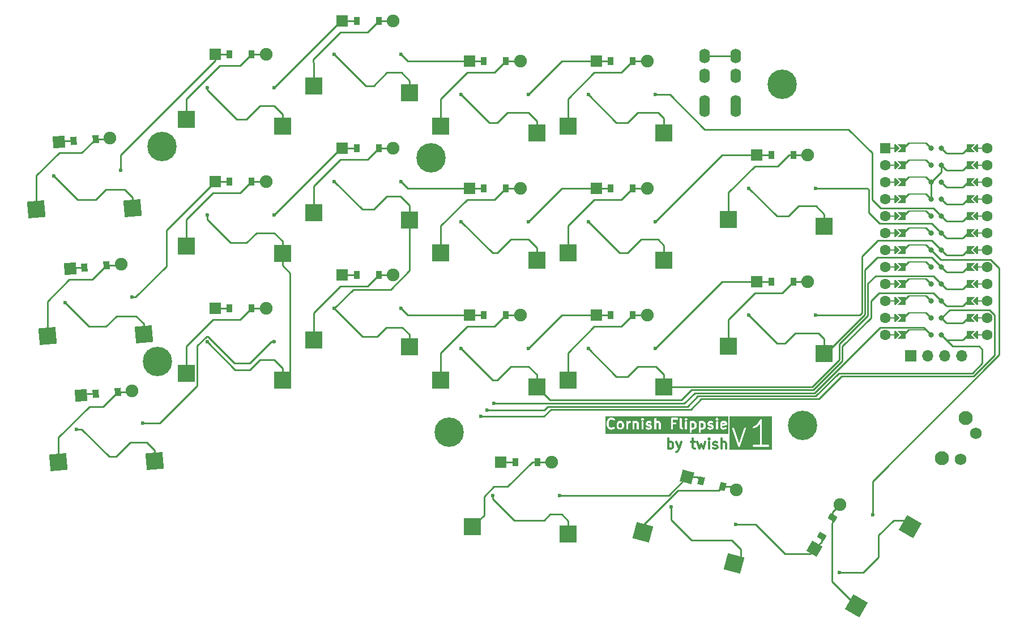
<source format=gbr>
%TF.GenerationSoftware,KiCad,Pcbnew,8.0.0*%
%TF.CreationDate,2024-03-16T23:28:16+01:00*%
%TF.ProjectId,cornish-v1,636f726e-6973-4682-9d76-312e6b696361,v1.0.0*%
%TF.SameCoordinates,Original*%
%TF.FileFunction,Copper,L1,Top*%
%TF.FilePolarity,Positive*%
%FSLAX46Y46*%
G04 Gerber Fmt 4.6, Leading zero omitted, Abs format (unit mm)*
G04 Created by KiCad (PCBNEW 8.0.0) date 2024-03-16 23:28:16*
%MOMM*%
%LPD*%
G01*
G04 APERTURE LIST*
G04 Aperture macros list*
%AMRotRect*
0 Rectangle, with rotation*
0 The origin of the aperture is its center*
0 $1 length*
0 $2 width*
0 $3 Rotation angle, in degrees counterclockwise*
0 Add horizontal line*
21,1,$1,$2,0,0,$3*%
%AMFreePoly0*
4,1,5,0.125000,-0.500000,-0.125000,-0.500000,-0.125000,0.500000,0.125000,0.500000,0.125000,-0.500000,0.125000,-0.500000,$1*%
%AMFreePoly1*
4,1,6,0.600000,0.200000,0.000000,-0.400000,-0.600000,0.200000,-0.600000,0.400000,0.600000,0.400000,0.600000,0.200000,0.600000,0.200000,$1*%
%AMFreePoly2*
4,1,6,0.600000,-0.250000,-0.600000,-0.250000,-0.600000,1.000000,0.000000,0.400000,0.600000,1.000000,0.600000,-0.250000,0.600000,-0.250000,$1*%
%AMFreePoly3*
4,1,45,0.069446,4.167933,0.854389,3.386388,0.869934,3.367446,0.888598,3.322386,0.891000,0.766000,0.888598,0.741614,0.869934,0.696554,0.088388,-0.088388,0.069446,-0.103933,0.064963,-0.105789,0.062500,-0.108253,0.052631,-0.110897,0.024387,-0.122598,0.008964,-0.122598,0.000000,-0.125000,-0.008964,-0.122598,-0.024387,-0.122598,-0.052631,-0.110897,-0.062500,-0.108253,-0.064963,-0.105789,
-0.069446,-0.103933,-0.103933,-0.069446,-0.105789,-0.064963,-0.108253,-0.062500,-0.110897,-0.052631,-0.122598,-0.024387,-0.122598,-0.008964,-0.125000,0.000000,-0.122598,0.008964,-0.122598,0.024387,-0.110897,0.052631,-0.108253,0.062500,-0.105789,0.064963,-0.103933,0.069446,0.643328,0.819956,0.641045,3.249334,-0.088388,3.975612,-0.103933,3.994554,-0.122598,4.039613,-0.122598,4.088387,
-0.103933,4.133446,-0.069446,4.167933,-0.024387,4.186598,0.024387,4.186598,0.069446,4.167933,0.069446,4.167933,$1*%
%AMFreePoly4*
4,1,45,0.069446,4.167933,0.850389,3.390388,0.865934,3.371446,0.884598,3.326386,0.887000,0.762000,0.884598,0.737613,0.865934,0.692554,0.088388,-0.088388,0.069446,-0.103933,0.064963,-0.105789,0.062500,-0.108253,0.052631,-0.110897,0.024387,-0.122598,0.008964,-0.122598,0.000000,-0.125000,-0.008964,-0.122598,-0.024387,-0.122598,-0.052631,-0.110897,-0.062500,-0.108253,-0.064963,-0.105789,
-0.069446,-0.103933,-0.103933,-0.069446,-0.105789,-0.064963,-0.108253,-0.062500,-0.110897,-0.052631,-0.122598,-0.024387,-0.122598,-0.008964,-0.125000,0.000000,-0.122598,0.008964,-0.122598,0.024387,-0.110897,0.052631,-0.108253,0.062500,-0.105789,0.064963,-0.103933,0.069446,0.639328,0.815955,0.637045,3.253333,-0.088388,3.975612,-0.103933,3.994554,-0.122598,4.039613,-0.122598,4.088387,
-0.103933,4.133446,-0.069446,4.167933,-0.024387,4.186598,0.024387,4.186598,0.069446,4.167933,0.069446,4.167933,$1*%
G04 Aperture macros list end*
%ADD10C,0.300000*%
%TA.AperFunction,NonConductor*%
%ADD11C,0.300000*%
%TD*%
%TA.AperFunction,ComponentPad*%
%ADD12C,0.700000*%
%TD*%
%TA.AperFunction,ComponentPad*%
%ADD13C,4.400000*%
%TD*%
%TA.AperFunction,ComponentPad*%
%ADD14C,0.600000*%
%TD*%
%TA.AperFunction,ComponentPad*%
%ADD15C,2.100000*%
%TD*%
%TA.AperFunction,ComponentPad*%
%ADD16C,1.750000*%
%TD*%
%TA.AperFunction,ComponentPad*%
%ADD17R,1.778000X1.778000*%
%TD*%
%TA.AperFunction,SMDPad,CuDef*%
%ADD18R,0.900000X1.200000*%
%TD*%
%TA.AperFunction,ComponentPad*%
%ADD19C,1.905000*%
%TD*%
%TA.AperFunction,ComponentPad*%
%ADD20RotRect,1.778000X1.778000X5.000000*%
%TD*%
%TA.AperFunction,SMDPad,CuDef*%
%ADD21RotRect,0.900000X1.200000X5.000000*%
%TD*%
%TA.AperFunction,SMDPad,CuDef*%
%ADD22R,2.550000X2.500000*%
%TD*%
%TA.AperFunction,ComponentPad*%
%ADD23O,1.600000X2.200000*%
%TD*%
%TA.AperFunction,ComponentPad*%
%ADD24RotRect,1.778000X1.778000X60.000000*%
%TD*%
%TA.AperFunction,SMDPad,CuDef*%
%ADD25RotRect,0.900000X1.200000X60.000000*%
%TD*%
%TA.AperFunction,SMDPad,CuDef*%
%ADD26RotRect,2.550000X2.500000X5.000000*%
%TD*%
%TA.AperFunction,ComponentPad*%
%ADD27C,1.600000*%
%TD*%
%TA.AperFunction,SMDPad,CuDef*%
%ADD28FreePoly0,270.000000*%
%TD*%
%TA.AperFunction,SMDPad,CuDef*%
%ADD29FreePoly1,270.000000*%
%TD*%
%TA.AperFunction,SMDPad,CuDef*%
%ADD30FreePoly1,90.000000*%
%TD*%
%TA.AperFunction,SMDPad,CuDef*%
%ADD31FreePoly0,90.000000*%
%TD*%
%TA.AperFunction,ComponentPad*%
%ADD32R,1.600000X1.600000*%
%TD*%
%TA.AperFunction,SMDPad,CuDef*%
%ADD33FreePoly2,270.000000*%
%TD*%
%TA.AperFunction,SMDPad,CuDef*%
%ADD34FreePoly3,270.000000*%
%TD*%
%TA.AperFunction,ComponentPad*%
%ADD35C,0.800000*%
%TD*%
%TA.AperFunction,SMDPad,CuDef*%
%ADD36FreePoly4,90.000000*%
%TD*%
%TA.AperFunction,SMDPad,CuDef*%
%ADD37FreePoly2,90.000000*%
%TD*%
%TA.AperFunction,SMDPad,CuDef*%
%ADD38RotRect,2.550000X2.500000X345.000000*%
%TD*%
%TA.AperFunction,ComponentPad*%
%ADD39RotRect,1.778000X1.778000X345.000000*%
%TD*%
%TA.AperFunction,SMDPad,CuDef*%
%ADD40RotRect,0.900000X1.200000X345.000000*%
%TD*%
%TA.AperFunction,SMDPad,CuDef*%
%ADD41RotRect,2.550000X2.500000X60.000000*%
%TD*%
%TA.AperFunction,ComponentPad*%
%ADD42R,1.700000X1.700000*%
%TD*%
%TA.AperFunction,ComponentPad*%
%ADD43O,1.700000X1.700000*%
%TD*%
%TA.AperFunction,Conductor*%
%ADD44C,0.250000*%
%TD*%
G04 APERTURE END LIST*
D10*
G36*
X243057184Y-159421740D02*
G01*
X236669613Y-159421740D01*
X236669613Y-156338107D01*
X237091835Y-156338107D01*
X237098964Y-156366635D01*
X237999139Y-158878718D01*
X237999504Y-158886051D01*
X238008796Y-158905668D01*
X238016282Y-158926558D01*
X238021335Y-158932140D01*
X238024558Y-158938943D01*
X238040830Y-158953674D01*
X238055562Y-158969947D01*
X238062364Y-158973169D01*
X238067947Y-158978223D01*
X238088621Y-158985606D01*
X238108454Y-158995001D01*
X238115971Y-158995374D01*
X238123065Y-158997908D01*
X238144993Y-158996817D01*
X238166909Y-158997907D01*
X238173998Y-158995375D01*
X238181520Y-158995001D01*
X238201360Y-158985602D01*
X238222027Y-158978222D01*
X238227607Y-158973170D01*
X238234412Y-158969947D01*
X238249145Y-158953672D01*
X238265416Y-158938943D01*
X238268638Y-158932140D01*
X238273692Y-158926558D01*
X238286248Y-158899968D01*
X239198138Y-156338107D01*
X239195231Y-156279652D01*
X239170177Y-156226760D01*
X239126788Y-156187480D01*
X239071670Y-156167795D01*
X239013215Y-156170702D01*
X238960323Y-156195756D01*
X238921043Y-156239145D01*
X238908487Y-156265735D01*
X238146032Y-158407772D01*
X237368930Y-156239145D01*
X237329650Y-156195756D01*
X237276758Y-156170702D01*
X237218303Y-156167795D01*
X237163185Y-156187480D01*
X237119796Y-156226760D01*
X237094742Y-156279652D01*
X237091835Y-156338107D01*
X236669613Y-156338107D01*
X236669613Y-156116470D01*
X240167593Y-156116470D01*
X240171741Y-156174850D01*
X240197916Y-156227200D01*
X240242131Y-156265546D01*
X240297653Y-156284054D01*
X240356033Y-156279906D01*
X240383497Y-156269396D01*
X240742173Y-156087070D01*
X240761655Y-156079001D01*
X240767525Y-156074183D01*
X240770288Y-156072779D01*
X240772884Y-156069784D01*
X240784386Y-156060346D01*
X241135032Y-155705944D01*
X241146402Y-155698330D01*
X241164833Y-155675824D01*
X241164946Y-155675710D01*
X241164965Y-155675661D01*
X241165033Y-155675580D01*
X241252500Y-155543169D01*
X241254877Y-158701132D01*
X240287151Y-158702400D01*
X240233079Y-158724798D01*
X240191695Y-158766182D01*
X240169297Y-158820254D01*
X240169297Y-158878782D01*
X240191695Y-158932854D01*
X240233079Y-158974238D01*
X240287151Y-158996636D01*
X240316415Y-158999518D01*
X242517108Y-158996636D01*
X242571180Y-158974238D01*
X242612564Y-158932854D01*
X242634962Y-158878782D01*
X242634962Y-158820254D01*
X242612564Y-158766182D01*
X242571180Y-158724798D01*
X242517108Y-158702400D01*
X242487844Y-158699518D01*
X241552017Y-158700743D01*
X241549279Y-155063764D01*
X241552129Y-155049360D01*
X241549258Y-155035005D01*
X241549247Y-155020254D01*
X241543563Y-155006533D01*
X241540651Y-154991971D01*
X241532472Y-154979758D01*
X241526849Y-154966182D01*
X241516350Y-154955683D01*
X241508085Y-154943341D01*
X241495854Y-154935187D01*
X241485465Y-154924798D01*
X241471746Y-154919115D01*
X241459386Y-154910875D01*
X241444967Y-154908022D01*
X241431393Y-154902400D01*
X241416542Y-154902400D01*
X241401972Y-154899518D01*
X241387562Y-154902400D01*
X241372865Y-154902400D01*
X241359143Y-154908083D01*
X241344582Y-154910996D01*
X241332369Y-154919174D01*
X241318793Y-154924798D01*
X241308294Y-154935296D01*
X241295952Y-154943562D01*
X241277520Y-154966070D01*
X241277409Y-154966182D01*
X241277388Y-154966232D01*
X241277322Y-154966313D01*
X240933154Y-155487324D01*
X240596453Y-155827631D01*
X240224447Y-156016733D01*
X240186101Y-156060948D01*
X240167593Y-156116470D01*
X236669613Y-156116470D01*
X236669613Y-154477296D01*
X243057184Y-154477296D01*
X243057184Y-159421740D01*
G37*
D11*
X227554510Y-159300828D02*
X227554510Y-157800828D01*
X227554510Y-158372257D02*
X227697368Y-158300828D01*
X227697368Y-158300828D02*
X227983082Y-158300828D01*
X227983082Y-158300828D02*
X228125939Y-158372257D01*
X228125939Y-158372257D02*
X228197368Y-158443685D01*
X228197368Y-158443685D02*
X228268796Y-158586542D01*
X228268796Y-158586542D02*
X228268796Y-159015114D01*
X228268796Y-159015114D02*
X228197368Y-159157971D01*
X228197368Y-159157971D02*
X228125939Y-159229400D01*
X228125939Y-159229400D02*
X227983082Y-159300828D01*
X227983082Y-159300828D02*
X227697368Y-159300828D01*
X227697368Y-159300828D02*
X227554510Y-159229400D01*
X228768796Y-158300828D02*
X229125939Y-159300828D01*
X229483082Y-158300828D02*
X229125939Y-159300828D01*
X229125939Y-159300828D02*
X228983082Y-159657971D01*
X228983082Y-159657971D02*
X228911653Y-159729400D01*
X228911653Y-159729400D02*
X228768796Y-159800828D01*
X230983082Y-158300828D02*
X231554510Y-158300828D01*
X231197367Y-157800828D02*
X231197367Y-159086542D01*
X231197367Y-159086542D02*
X231268796Y-159229400D01*
X231268796Y-159229400D02*
X231411653Y-159300828D01*
X231411653Y-159300828D02*
X231554510Y-159300828D01*
X231911653Y-158300828D02*
X232197368Y-159300828D01*
X232197368Y-159300828D02*
X232483082Y-158586542D01*
X232483082Y-158586542D02*
X232768796Y-159300828D01*
X232768796Y-159300828D02*
X233054510Y-158300828D01*
X233625939Y-159300828D02*
X233625939Y-158300828D01*
X233625939Y-157800828D02*
X233554511Y-157872257D01*
X233554511Y-157872257D02*
X233625939Y-157943685D01*
X233625939Y-157943685D02*
X233697368Y-157872257D01*
X233697368Y-157872257D02*
X233625939Y-157800828D01*
X233625939Y-157800828D02*
X233625939Y-157943685D01*
X234268797Y-159229400D02*
X234411654Y-159300828D01*
X234411654Y-159300828D02*
X234697368Y-159300828D01*
X234697368Y-159300828D02*
X234840225Y-159229400D01*
X234840225Y-159229400D02*
X234911654Y-159086542D01*
X234911654Y-159086542D02*
X234911654Y-159015114D01*
X234911654Y-159015114D02*
X234840225Y-158872257D01*
X234840225Y-158872257D02*
X234697368Y-158800828D01*
X234697368Y-158800828D02*
X234483083Y-158800828D01*
X234483083Y-158800828D02*
X234340225Y-158729400D01*
X234340225Y-158729400D02*
X234268797Y-158586542D01*
X234268797Y-158586542D02*
X234268797Y-158515114D01*
X234268797Y-158515114D02*
X234340225Y-158372257D01*
X234340225Y-158372257D02*
X234483083Y-158300828D01*
X234483083Y-158300828D02*
X234697368Y-158300828D01*
X234697368Y-158300828D02*
X234840225Y-158372257D01*
X235554511Y-159300828D02*
X235554511Y-157800828D01*
X236197369Y-159300828D02*
X236197369Y-158515114D01*
X236197369Y-158515114D02*
X236125940Y-158372257D01*
X236125940Y-158372257D02*
X235983083Y-158300828D01*
X235983083Y-158300828D02*
X235768797Y-158300828D01*
X235768797Y-158300828D02*
X235625940Y-158372257D01*
X235625940Y-158372257D02*
X235554511Y-158443685D01*
D10*
G36*
X231390977Y-155491680D02*
G01*
X231429643Y-155528671D01*
X231476138Y-155618222D01*
X231478389Y-155975855D01*
X231435086Y-156065867D01*
X231398095Y-156104532D01*
X231308368Y-156151119D01*
X231093370Y-156153086D01*
X231060402Y-156137226D01*
X231059134Y-155464676D01*
X231086369Y-155450536D01*
X231301365Y-155448569D01*
X231390977Y-155491680D01*
G37*
G36*
X232748120Y-155491680D02*
G01*
X232786786Y-155528671D01*
X232833281Y-155618222D01*
X232835532Y-155975855D01*
X232792229Y-156065867D01*
X232755238Y-156104532D01*
X232665511Y-156151119D01*
X232450513Y-156153086D01*
X232417545Y-156137226D01*
X232416277Y-155464676D01*
X232443512Y-155450536D01*
X232658508Y-155448569D01*
X232748120Y-155491680D01*
G37*
G36*
X220533834Y-155491680D02*
G01*
X220572500Y-155528671D01*
X220618995Y-155618222D01*
X220621246Y-155975855D01*
X220577943Y-156065867D01*
X220540952Y-156104532D01*
X220451056Y-156151206D01*
X220307284Y-156152908D01*
X220218042Y-156109975D01*
X220179377Y-156072984D01*
X220132882Y-155983434D01*
X220130631Y-155625800D01*
X220173934Y-155535788D01*
X220210923Y-155497125D01*
X220300823Y-155450449D01*
X220444593Y-155448747D01*
X220533834Y-155491680D01*
G37*
G36*
X236013996Y-155482136D02*
G01*
X236042235Y-155536524D01*
X235630846Y-155620431D01*
X235630530Y-155554583D01*
X235664390Y-155484199D01*
X235729227Y-155450536D01*
X235944223Y-155448569D01*
X236013996Y-155482136D01*
G37*
G36*
X236514037Y-157114613D02*
G01*
X218166415Y-157114613D01*
X218166415Y-155443685D01*
X218333082Y-155443685D01*
X218335523Y-155650042D01*
X218333259Y-155665262D01*
X218335916Y-155683232D01*
X218335964Y-155687235D01*
X218336811Y-155689279D01*
X218337561Y-155694351D01*
X218408818Y-155968971D01*
X218409837Y-155983304D01*
X218418225Y-156005224D01*
X218418882Y-156007756D01*
X218419526Y-156008626D01*
X218420346Y-156010767D01*
X218494356Y-156153310D01*
X218501218Y-156169877D01*
X218505953Y-156175647D01*
X218507440Y-156178510D01*
X218510433Y-156181106D01*
X218519873Y-156192608D01*
X218648790Y-156318353D01*
X218650297Y-156321367D01*
X218664582Y-156333757D01*
X218685460Y-156354121D01*
X218690439Y-156356183D01*
X218694511Y-156359715D01*
X218721362Y-156371703D01*
X218935991Y-156440561D01*
X218953818Y-156447946D01*
X218961306Y-156448683D01*
X218964322Y-156449651D01*
X218968276Y-156449369D01*
X218983082Y-156450828D01*
X219127289Y-156448413D01*
X219144699Y-156449651D01*
X219151958Y-156448000D01*
X219155203Y-156447946D01*
X219158860Y-156446430D01*
X219173373Y-156443131D01*
X219365936Y-156376518D01*
X219369489Y-156376518D01*
X219387483Y-156369064D01*
X219414510Y-156359715D01*
X219418583Y-156356181D01*
X219423561Y-156354120D01*
X219446292Y-156335465D01*
X219536374Y-156241306D01*
X219558771Y-156187233D01*
X219558770Y-156128707D01*
X219536373Y-156074635D01*
X219494987Y-156033250D01*
X219440915Y-156010853D01*
X219382389Y-156010854D01*
X219328317Y-156033251D01*
X219305586Y-156051906D01*
X219261594Y-156097888D01*
X219107674Y-156151133D01*
X219012447Y-156152728D01*
X218852332Y-156101359D01*
X218751623Y-156003127D01*
X218698192Y-155900220D01*
X218632974Y-155648873D01*
X218632236Y-155586542D01*
X219833082Y-155586542D01*
X219835635Y-155992225D01*
X219834260Y-155996352D01*
X219835797Y-156017997D01*
X219835964Y-156044378D01*
X219838026Y-156049356D01*
X219838408Y-156054732D01*
X219848918Y-156082196D01*
X219922926Y-156224737D01*
X219929789Y-156241306D01*
X219934524Y-156247076D01*
X219936011Y-156249939D01*
X219939004Y-156252535D01*
X219948444Y-156264037D01*
X220023599Y-156335938D01*
X220033972Y-156347899D01*
X220040195Y-156351816D01*
X220042604Y-156354121D01*
X220046265Y-156355637D01*
X220058857Y-156363564D01*
X220183382Y-156423470D01*
X220185460Y-156425548D01*
X220201582Y-156432226D01*
X220229178Y-156445502D01*
X220234553Y-156445883D01*
X220239532Y-156447946D01*
X220268796Y-156450828D01*
X220461029Y-156448553D01*
X220464320Y-156449650D01*
X220483498Y-156448287D01*
X220512346Y-156447946D01*
X220517324Y-156445883D01*
X220522700Y-156445502D01*
X220550164Y-156434992D01*
X220692705Y-156360983D01*
X220709274Y-156354121D01*
X220715044Y-156349385D01*
X220717907Y-156347899D01*
X220720503Y-156344905D01*
X220732005Y-156335466D01*
X220803906Y-156260310D01*
X220815867Y-156249938D01*
X220819784Y-156243714D01*
X220822089Y-156241306D01*
X220823605Y-156237644D01*
X220831532Y-156225053D01*
X220891438Y-156100527D01*
X220893516Y-156098450D01*
X220900194Y-156082327D01*
X220913470Y-156054732D01*
X220913851Y-156049356D01*
X220915914Y-156044378D01*
X220918796Y-156015114D01*
X220916242Y-155609431D01*
X220917618Y-155605304D01*
X220916080Y-155583658D01*
X220915914Y-155557278D01*
X220913851Y-155552299D01*
X220913470Y-155546924D01*
X220902960Y-155519461D01*
X220828951Y-155376918D01*
X220822088Y-155360349D01*
X220817352Y-155354578D01*
X220815867Y-155351718D01*
X220812875Y-155349123D01*
X220803433Y-155337618D01*
X220764978Y-155300828D01*
X221261653Y-155300828D01*
X221264535Y-156330092D01*
X221286933Y-156384164D01*
X221328317Y-156425548D01*
X221382389Y-156447946D01*
X221440917Y-156447946D01*
X221494989Y-156425548D01*
X221536373Y-156384164D01*
X221558771Y-156330092D01*
X221561653Y-156300828D01*
X221559759Y-155624642D01*
X221602505Y-155535789D01*
X221639495Y-155497125D01*
X221729708Y-155450286D01*
X221869489Y-155447946D01*
X221923561Y-155425548D01*
X221964945Y-155384164D01*
X221987343Y-155330092D01*
X221987343Y-155300828D01*
X222190224Y-155300828D01*
X222193106Y-156330092D01*
X222215504Y-156384164D01*
X222256888Y-156425548D01*
X222310960Y-156447946D01*
X222369488Y-156447946D01*
X222423560Y-156425548D01*
X222464944Y-156384164D01*
X222487342Y-156330092D01*
X222490224Y-156300828D01*
X222487998Y-155506155D01*
X222496637Y-155497125D01*
X222586537Y-155450449D01*
X222730307Y-155448747D01*
X222799709Y-155482136D01*
X222833193Y-155546625D01*
X222835964Y-156330092D01*
X222858362Y-156384164D01*
X222899746Y-156425548D01*
X222953818Y-156447946D01*
X223012346Y-156447946D01*
X223066418Y-156425548D01*
X223107802Y-156384164D01*
X223130200Y-156330092D01*
X223133082Y-156300828D01*
X223130385Y-155538429D01*
X223131904Y-155533875D01*
X223130289Y-155511157D01*
X223130200Y-155485850D01*
X223128136Y-155480869D01*
X223127755Y-155475495D01*
X223117246Y-155448031D01*
X223046689Y-155312139D01*
X223042919Y-155300828D01*
X223547367Y-155300828D01*
X223550249Y-156330092D01*
X223572647Y-156384164D01*
X223614031Y-156425548D01*
X223668103Y-156447946D01*
X223726631Y-156447946D01*
X223780703Y-156425548D01*
X223822087Y-156384164D01*
X223844485Y-156330092D01*
X223847367Y-156300828D01*
X223845167Y-155515114D01*
X224190225Y-155515114D01*
X224191706Y-155566869D01*
X224191403Y-155567780D01*
X224191954Y-155575543D01*
X224193107Y-155615806D01*
X224195169Y-155620784D01*
X224195551Y-155626160D01*
X224206061Y-155653623D01*
X224276614Y-155789510D01*
X224281339Y-155803685D01*
X224287903Y-155811253D01*
X224293154Y-155821367D01*
X224307360Y-155833688D01*
X224319686Y-155847900D01*
X224334490Y-155857218D01*
X224337368Y-155859714D01*
X224339679Y-155860484D01*
X224344572Y-155863564D01*
X224469097Y-155923470D01*
X224471175Y-155925548D01*
X224487297Y-155932226D01*
X224514893Y-155945502D01*
X224520268Y-155945883D01*
X224525247Y-155947946D01*
X224554511Y-155950828D01*
X224730307Y-155948747D01*
X224799709Y-155982136D01*
X224834030Y-156048237D01*
X224834088Y-156050284D01*
X224801772Y-156117457D01*
X224736939Y-156151119D01*
X224521941Y-156153086D01*
X224379843Y-156084726D01*
X224321463Y-156080578D01*
X224265941Y-156099086D01*
X224221726Y-156137433D01*
X224195551Y-156189782D01*
X224191403Y-156248162D01*
X224209911Y-156303684D01*
X224248258Y-156347899D01*
X224273143Y-156363564D01*
X224397668Y-156423470D01*
X224399746Y-156425548D01*
X224415868Y-156432226D01*
X224443464Y-156445502D01*
X224448839Y-156445883D01*
X224453818Y-156447946D01*
X224483082Y-156450828D01*
X224746341Y-156448419D01*
X224750034Y-156449650D01*
X224770462Y-156448198D01*
X224798060Y-156447946D01*
X224803038Y-156445883D01*
X224808414Y-156445502D01*
X224835878Y-156434992D01*
X224971768Y-156364437D01*
X224985937Y-156359714D01*
X224993502Y-156353152D01*
X225003621Y-156347899D01*
X225015943Y-156333690D01*
X225030152Y-156321368D01*
X225039474Y-156306558D01*
X225041967Y-156303684D01*
X225042736Y-156301376D01*
X225045817Y-156296482D01*
X225105725Y-156171954D01*
X225107802Y-156169878D01*
X225114478Y-156153760D01*
X225127756Y-156126161D01*
X225128138Y-156120783D01*
X225130200Y-156115806D01*
X225133082Y-156086542D01*
X225131600Y-156034785D01*
X225131904Y-156033875D01*
X225131352Y-156026113D01*
X225130200Y-155985850D01*
X225128136Y-155980869D01*
X225127755Y-155975495D01*
X225117246Y-155948031D01*
X225046689Y-155812139D01*
X225041967Y-155797973D01*
X225035405Y-155790407D01*
X225030152Y-155780289D01*
X225015942Y-155767965D01*
X225003621Y-155753758D01*
X224988815Y-155744438D01*
X224985937Y-155741942D01*
X224983625Y-155741171D01*
X224978735Y-155738093D01*
X224854210Y-155678186D01*
X224852132Y-155676108D01*
X224836000Y-155669426D01*
X224808415Y-155656155D01*
X224803040Y-155655773D01*
X224798060Y-155653710D01*
X224768796Y-155650828D01*
X224592999Y-155652908D01*
X224523596Y-155619520D01*
X224489276Y-155553419D01*
X224489218Y-155551370D01*
X224521532Y-155484199D01*
X224586537Y-155450449D01*
X224730307Y-155448747D01*
X224872034Y-155516930D01*
X224930414Y-155521079D01*
X224985936Y-155502572D01*
X225030152Y-155464225D01*
X225056326Y-155411876D01*
X225060475Y-155353496D01*
X225041967Y-155297973D01*
X225003621Y-155253758D01*
X224978735Y-155238093D01*
X224854210Y-155178186D01*
X224852132Y-155176108D01*
X224836000Y-155169426D01*
X224808415Y-155156155D01*
X224803040Y-155155773D01*
X224798060Y-155153710D01*
X224768796Y-155150828D01*
X224576562Y-155153102D01*
X224573272Y-155152006D01*
X224554093Y-155153368D01*
X224525247Y-155153710D01*
X224520269Y-155155771D01*
X224514892Y-155156154D01*
X224487429Y-155166664D01*
X224351537Y-155237220D01*
X224337369Y-155241943D01*
X224329803Y-155248504D01*
X224319685Y-155253758D01*
X224307362Y-155267966D01*
X224293154Y-155280289D01*
X224283831Y-155295098D01*
X224281339Y-155297973D01*
X224280569Y-155300280D01*
X224277489Y-155305175D01*
X224217582Y-155429700D01*
X224215505Y-155431778D01*
X224208826Y-155447900D01*
X224195551Y-155475496D01*
X224195169Y-155480871D01*
X224193107Y-155485850D01*
X224190225Y-155515114D01*
X223845167Y-155515114D01*
X223844485Y-155271564D01*
X223822087Y-155217492D01*
X223780703Y-155176108D01*
X223726631Y-155153710D01*
X223668103Y-155153710D01*
X223614031Y-155176108D01*
X223572647Y-155217492D01*
X223550249Y-155271564D01*
X223547367Y-155300828D01*
X223042919Y-155300828D01*
X223041967Y-155297973D01*
X223035405Y-155290407D01*
X223030152Y-155280289D01*
X223015942Y-155267965D01*
X223003621Y-155253758D01*
X222988815Y-155244438D01*
X222985937Y-155241942D01*
X222983625Y-155241171D01*
X222978735Y-155238093D01*
X222854210Y-155178186D01*
X222852132Y-155176108D01*
X222836000Y-155169426D01*
X222808415Y-155156155D01*
X222803040Y-155155773D01*
X222798060Y-155153710D01*
X222768796Y-155150828D01*
X222576561Y-155153102D01*
X222573271Y-155152006D01*
X222554098Y-155153368D01*
X222525246Y-155153710D01*
X222520265Y-155155773D01*
X222514891Y-155156155D01*
X222487427Y-155166664D01*
X222439171Y-155191719D01*
X222423560Y-155176108D01*
X222369488Y-155153710D01*
X222310960Y-155153710D01*
X222256888Y-155176108D01*
X222215504Y-155217492D01*
X222193106Y-155271564D01*
X222190224Y-155300828D01*
X221987343Y-155300828D01*
X221987343Y-155271564D01*
X221964945Y-155217492D01*
X221923561Y-155176108D01*
X221869489Y-155153710D01*
X221840225Y-155150828D01*
X221718699Y-155152862D01*
X221716129Y-155152006D01*
X221699564Y-155153183D01*
X221668104Y-155153710D01*
X221663123Y-155155773D01*
X221657749Y-155156155D01*
X221630285Y-155166664D01*
X221535012Y-155216131D01*
X221494989Y-155176108D01*
X221440917Y-155153710D01*
X221382389Y-155153710D01*
X221328317Y-155176108D01*
X221286933Y-155217492D01*
X221264535Y-155271564D01*
X221261653Y-155300828D01*
X220764978Y-155300828D01*
X220728286Y-155265725D01*
X220717907Y-155253758D01*
X220711678Y-155249837D01*
X220709273Y-155247536D01*
X220705616Y-155246021D01*
X220693021Y-155238093D01*
X220568496Y-155178186D01*
X220566418Y-155176108D01*
X220550286Y-155169426D01*
X220522701Y-155156155D01*
X220517326Y-155155773D01*
X220512346Y-155153710D01*
X220483082Y-155150828D01*
X220290847Y-155153102D01*
X220287557Y-155152006D01*
X220268384Y-155153368D01*
X220239532Y-155153710D01*
X220234551Y-155155773D01*
X220229177Y-155156155D01*
X220201713Y-155166664D01*
X220059169Y-155240674D01*
X220042604Y-155247536D01*
X220036833Y-155252271D01*
X220033971Y-155253758D01*
X220031374Y-155256751D01*
X220019874Y-155266190D01*
X219947976Y-155341339D01*
X219936011Y-155351717D01*
X219932092Y-155357942D01*
X219929790Y-155360349D01*
X219928274Y-155364007D01*
X219920346Y-155376603D01*
X219860439Y-155501128D01*
X219858362Y-155503206D01*
X219851683Y-155519328D01*
X219838408Y-155546924D01*
X219838026Y-155552299D01*
X219835964Y-155557278D01*
X219833082Y-155586542D01*
X218632236Y-155586542D01*
X218630865Y-155470660D01*
X218691225Y-155219749D01*
X218745108Y-155107746D01*
X218846071Y-155004236D01*
X219001343Y-154950522D01*
X219096575Y-154948927D01*
X219257348Y-155000508D01*
X219328317Y-155068406D01*
X219382390Y-155090802D01*
X219440916Y-155090802D01*
X219494988Y-155068406D01*
X219536374Y-155027020D01*
X219558770Y-154972948D01*
X219558770Y-154914422D01*
X219553426Y-154901520D01*
X223478821Y-154901520D01*
X223501218Y-154955592D01*
X223519873Y-154978323D01*
X223614031Y-155068406D01*
X223636428Y-155077682D01*
X223668103Y-155090803D01*
X223726631Y-155090803D01*
X223764865Y-155074965D01*
X223780702Y-155068406D01*
X223780706Y-155068401D01*
X223803432Y-155049752D01*
X223893516Y-154955593D01*
X223893517Y-154955592D01*
X223915914Y-154901520D01*
X223915914Y-154842994D01*
X223898449Y-154800828D01*
X225475939Y-154800828D01*
X225478821Y-156330092D01*
X225501219Y-156384164D01*
X225542603Y-156425548D01*
X225596675Y-156447946D01*
X225655203Y-156447946D01*
X225709275Y-156425548D01*
X225750659Y-156384164D01*
X225773057Y-156330092D01*
X225775939Y-156300828D01*
X225774439Y-155505396D01*
X225782352Y-155497125D01*
X225872252Y-155450449D01*
X226016022Y-155448747D01*
X226085424Y-155482136D01*
X226118908Y-155546625D01*
X226121679Y-156330092D01*
X226144077Y-156384164D01*
X226185461Y-156425548D01*
X226239533Y-156447946D01*
X226298061Y-156447946D01*
X226352133Y-156425548D01*
X226393517Y-156384164D01*
X226415915Y-156330092D01*
X226418797Y-156300828D01*
X226416100Y-155538429D01*
X226417619Y-155533875D01*
X226416004Y-155511157D01*
X226415915Y-155485850D01*
X226413851Y-155480869D01*
X226413470Y-155475495D01*
X226402961Y-155448031D01*
X226332404Y-155312139D01*
X226327682Y-155297973D01*
X226321120Y-155290407D01*
X226315867Y-155280289D01*
X226301657Y-155267965D01*
X226289336Y-155253758D01*
X226274530Y-155244438D01*
X226271652Y-155241942D01*
X226269340Y-155241171D01*
X226264450Y-155238093D01*
X226139925Y-155178186D01*
X226137847Y-155176108D01*
X226121715Y-155169426D01*
X226094130Y-155156155D01*
X226088755Y-155155773D01*
X226083775Y-155153710D01*
X226054511Y-155150828D01*
X225862276Y-155153102D01*
X225858986Y-155152006D01*
X225839813Y-155153368D01*
X225810961Y-155153710D01*
X225805980Y-155155773D01*
X225800606Y-155156155D01*
X225773801Y-155166411D01*
X225773112Y-154800828D01*
X227975939Y-154800828D01*
X227978821Y-156330092D01*
X228001219Y-156384164D01*
X228042603Y-156425548D01*
X228096675Y-156447946D01*
X228155203Y-156447946D01*
X228209275Y-156425548D01*
X228250659Y-156384164D01*
X228273057Y-156330092D01*
X228275939Y-156300828D01*
X228274739Y-155664303D01*
X228655203Y-155662232D01*
X228709275Y-155639834D01*
X228750659Y-155598450D01*
X228773057Y-155544378D01*
X228773057Y-155485850D01*
X228750659Y-155431778D01*
X228709275Y-155390394D01*
X228655203Y-155367996D01*
X228625939Y-155365114D01*
X228274179Y-155367029D01*
X228273393Y-154950256D01*
X228869489Y-154947946D01*
X228923561Y-154925548D01*
X228964945Y-154884164D01*
X228987343Y-154830092D01*
X228987343Y-154800828D01*
X229261653Y-154800828D01*
X229264419Y-156063015D01*
X229262831Y-156067780D01*
X229264480Y-156090997D01*
X229264535Y-156115806D01*
X229266596Y-156120783D01*
X229266979Y-156126161D01*
X229277489Y-156153624D01*
X229348045Y-156289515D01*
X229352768Y-156303684D01*
X229359329Y-156311249D01*
X229364583Y-156321368D01*
X229378794Y-156333692D01*
X229391115Y-156347899D01*
X229405922Y-156357220D01*
X229408798Y-156359714D01*
X229411106Y-156360483D01*
X229416000Y-156363564D01*
X229586321Y-156445502D01*
X229644701Y-156449650D01*
X229700224Y-156431142D01*
X229744439Y-156392795D01*
X229770613Y-156340446D01*
X229774761Y-156282066D01*
X229756253Y-156226544D01*
X229717907Y-156182329D01*
X229693021Y-156166664D01*
X229595024Y-156119520D01*
X229561584Y-156055112D01*
X229559931Y-155300828D01*
X230047367Y-155300828D01*
X230050249Y-156330092D01*
X230072647Y-156384164D01*
X230114031Y-156425548D01*
X230168103Y-156447946D01*
X230226631Y-156447946D01*
X230280703Y-156425548D01*
X230322087Y-156384164D01*
X230344485Y-156330092D01*
X230347367Y-156300828D01*
X230344567Y-155300828D01*
X230761653Y-155300828D01*
X230763422Y-156239835D01*
X230762831Y-156248162D01*
X230763441Y-156249994D01*
X230764535Y-156830092D01*
X230786933Y-156884164D01*
X230828317Y-156925548D01*
X230882389Y-156947946D01*
X230940917Y-156947946D01*
X230994989Y-156925548D01*
X231036373Y-156884164D01*
X231058771Y-156830092D01*
X231061653Y-156800828D01*
X231060993Y-156450768D01*
X231317770Y-156448419D01*
X231321463Y-156449650D01*
X231341891Y-156448198D01*
X231369489Y-156447946D01*
X231374467Y-156445883D01*
X231379843Y-156445502D01*
X231407307Y-156434992D01*
X231549848Y-156360983D01*
X231566417Y-156354121D01*
X231572187Y-156349385D01*
X231575050Y-156347899D01*
X231577646Y-156344905D01*
X231589148Y-156335466D01*
X231661049Y-156260310D01*
X231673010Y-156249938D01*
X231676927Y-156243714D01*
X231679232Y-156241306D01*
X231680748Y-156237644D01*
X231688675Y-156225053D01*
X231748581Y-156100527D01*
X231750659Y-156098450D01*
X231757337Y-156082327D01*
X231770613Y-156054732D01*
X231770994Y-156049356D01*
X231773057Y-156044378D01*
X231775939Y-156015114D01*
X231773385Y-155609431D01*
X231774761Y-155605304D01*
X231773223Y-155583658D01*
X231773057Y-155557278D01*
X231770994Y-155552299D01*
X231770613Y-155546924D01*
X231760103Y-155519461D01*
X231686094Y-155376918D01*
X231679231Y-155360349D01*
X231674495Y-155354578D01*
X231673010Y-155351718D01*
X231670018Y-155349123D01*
X231660576Y-155337618D01*
X231622121Y-155300828D01*
X232118796Y-155300828D01*
X232120565Y-156239835D01*
X232119974Y-156248162D01*
X232120584Y-156249994D01*
X232121678Y-156830092D01*
X232144076Y-156884164D01*
X232185460Y-156925548D01*
X232239532Y-156947946D01*
X232298060Y-156947946D01*
X232352132Y-156925548D01*
X232393516Y-156884164D01*
X232415914Y-156830092D01*
X232418796Y-156800828D01*
X232418136Y-156450768D01*
X232674913Y-156448419D01*
X232678606Y-156449650D01*
X232699034Y-156448198D01*
X232726632Y-156447946D01*
X232731610Y-156445883D01*
X232736986Y-156445502D01*
X232764450Y-156434992D01*
X232906991Y-156360983D01*
X232923560Y-156354121D01*
X232929330Y-156349385D01*
X232932193Y-156347899D01*
X232934789Y-156344905D01*
X232946291Y-156335466D01*
X233018192Y-156260310D01*
X233030153Y-156249938D01*
X233034070Y-156243714D01*
X233036375Y-156241306D01*
X233037891Y-156237644D01*
X233045818Y-156225053D01*
X233105724Y-156100527D01*
X233107802Y-156098450D01*
X233114480Y-156082327D01*
X233127756Y-156054732D01*
X233128137Y-156049356D01*
X233130200Y-156044378D01*
X233133082Y-156015114D01*
X233130528Y-155609431D01*
X233131904Y-155605304D01*
X233130366Y-155583658D01*
X233130200Y-155557278D01*
X233128137Y-155552299D01*
X233127756Y-155546924D01*
X233117246Y-155519461D01*
X233114989Y-155515114D01*
X233404511Y-155515114D01*
X233405992Y-155566869D01*
X233405689Y-155567780D01*
X233406240Y-155575543D01*
X233407393Y-155615806D01*
X233409455Y-155620784D01*
X233409837Y-155626160D01*
X233420347Y-155653623D01*
X233490900Y-155789510D01*
X233495625Y-155803685D01*
X233502189Y-155811253D01*
X233507440Y-155821367D01*
X233521646Y-155833688D01*
X233533972Y-155847900D01*
X233548776Y-155857218D01*
X233551654Y-155859714D01*
X233553965Y-155860484D01*
X233558858Y-155863564D01*
X233683383Y-155923470D01*
X233685461Y-155925548D01*
X233701583Y-155932226D01*
X233729179Y-155945502D01*
X233734554Y-155945883D01*
X233739533Y-155947946D01*
X233768797Y-155950828D01*
X233944593Y-155948747D01*
X234013995Y-155982136D01*
X234048316Y-156048237D01*
X234048374Y-156050284D01*
X234016058Y-156117457D01*
X233951225Y-156151119D01*
X233736227Y-156153086D01*
X233594129Y-156084726D01*
X233535749Y-156080578D01*
X233480227Y-156099086D01*
X233436012Y-156137433D01*
X233409837Y-156189782D01*
X233405689Y-156248162D01*
X233424197Y-156303684D01*
X233462544Y-156347899D01*
X233487429Y-156363564D01*
X233611954Y-156423470D01*
X233614032Y-156425548D01*
X233630154Y-156432226D01*
X233657750Y-156445502D01*
X233663125Y-156445883D01*
X233668104Y-156447946D01*
X233697368Y-156450828D01*
X233960627Y-156448419D01*
X233964320Y-156449650D01*
X233984748Y-156448198D01*
X234012346Y-156447946D01*
X234017324Y-156445883D01*
X234022700Y-156445502D01*
X234050164Y-156434992D01*
X234186054Y-156364437D01*
X234200223Y-156359714D01*
X234207788Y-156353152D01*
X234217907Y-156347899D01*
X234230229Y-156333690D01*
X234244438Y-156321368D01*
X234253760Y-156306558D01*
X234256253Y-156303684D01*
X234257022Y-156301376D01*
X234260103Y-156296482D01*
X234320011Y-156171954D01*
X234322088Y-156169878D01*
X234328764Y-156153760D01*
X234342042Y-156126161D01*
X234342424Y-156120783D01*
X234344486Y-156115806D01*
X234347368Y-156086542D01*
X234345886Y-156034785D01*
X234346190Y-156033875D01*
X234345638Y-156026113D01*
X234344486Y-155985850D01*
X234342422Y-155980869D01*
X234342041Y-155975495D01*
X234331532Y-155948031D01*
X234260975Y-155812139D01*
X234256253Y-155797973D01*
X234249691Y-155790407D01*
X234244438Y-155780289D01*
X234230228Y-155767965D01*
X234217907Y-155753758D01*
X234203101Y-155744438D01*
X234200223Y-155741942D01*
X234197911Y-155741171D01*
X234193021Y-155738093D01*
X234068496Y-155678186D01*
X234066418Y-155676108D01*
X234050286Y-155669426D01*
X234022701Y-155656155D01*
X234017326Y-155655773D01*
X234012346Y-155653710D01*
X233983082Y-155650828D01*
X233807285Y-155652908D01*
X233737882Y-155619520D01*
X233703562Y-155553419D01*
X233703504Y-155551370D01*
X233735818Y-155484199D01*
X233800823Y-155450449D01*
X233944593Y-155448747D01*
X234086320Y-155516930D01*
X234144700Y-155521079D01*
X234200222Y-155502572D01*
X234244438Y-155464225D01*
X234270612Y-155411876D01*
X234274761Y-155353496D01*
X234257205Y-155300828D01*
X234690225Y-155300828D01*
X234693107Y-156330092D01*
X234715505Y-156384164D01*
X234756889Y-156425548D01*
X234810961Y-156447946D01*
X234869489Y-156447946D01*
X234923561Y-156425548D01*
X234964945Y-156384164D01*
X234987343Y-156330092D01*
X234990225Y-156300828D01*
X234988825Y-155800984D01*
X235333083Y-155800984D01*
X235334488Y-155808010D01*
X235335713Y-156063422D01*
X235334261Y-156067780D01*
X235335841Y-156090021D01*
X235335965Y-156115806D01*
X235338027Y-156120784D01*
X235338409Y-156126160D01*
X235348919Y-156153623D01*
X235419472Y-156289510D01*
X235424197Y-156303685D01*
X235430761Y-156311253D01*
X235436012Y-156321367D01*
X235450218Y-156333688D01*
X235462544Y-156347900D01*
X235477348Y-156357218D01*
X235480226Y-156359714D01*
X235482537Y-156360484D01*
X235487430Y-156363564D01*
X235611955Y-156423470D01*
X235614033Y-156425548D01*
X235630155Y-156432226D01*
X235657751Y-156445502D01*
X235663126Y-156445883D01*
X235668105Y-156447946D01*
X235697369Y-156450828D01*
X235960628Y-156448419D01*
X235964321Y-156449650D01*
X235984749Y-156448198D01*
X236012347Y-156447946D01*
X236017325Y-156445883D01*
X236022701Y-156445502D01*
X236050165Y-156434992D01*
X236217908Y-156347899D01*
X236256254Y-156303684D01*
X236274762Y-156248162D01*
X236270614Y-156189782D01*
X236244440Y-156137433D01*
X236200225Y-156099086D01*
X236144702Y-156080578D01*
X236086322Y-156084726D01*
X236058859Y-156095236D01*
X235951226Y-156151119D01*
X235736228Y-156153086D01*
X235666454Y-156119520D01*
X235632931Y-156054953D01*
X235632300Y-155923480D01*
X236212771Y-155805089D01*
X236226633Y-155805089D01*
X236240078Y-155799519D01*
X236254917Y-155796493D01*
X236267128Y-155788314D01*
X236280705Y-155782691D01*
X236291206Y-155772189D01*
X236303547Y-155763925D01*
X236311699Y-155751697D01*
X236322089Y-155741307D01*
X236327771Y-155727587D01*
X236336011Y-155715229D01*
X236338863Y-155700811D01*
X236344487Y-155687235D01*
X236347369Y-155657971D01*
X236347366Y-155657830D01*
X236347370Y-155657814D01*
X236347366Y-155657794D01*
X236345334Y-155536445D01*
X236346191Y-155533875D01*
X236345013Y-155517310D01*
X236344487Y-155485850D01*
X236342423Y-155480869D01*
X236342042Y-155475495D01*
X236331533Y-155448031D01*
X236260976Y-155312139D01*
X236256254Y-155297973D01*
X236249692Y-155290407D01*
X236244439Y-155280289D01*
X236230229Y-155267965D01*
X236217908Y-155253758D01*
X236203102Y-155244438D01*
X236200224Y-155241942D01*
X236197912Y-155241171D01*
X236193022Y-155238093D01*
X236068497Y-155178186D01*
X236066419Y-155176108D01*
X236050287Y-155169426D01*
X236022702Y-155156155D01*
X236017327Y-155155773D01*
X236012347Y-155153710D01*
X235983083Y-155150828D01*
X235719822Y-155153236D01*
X235716130Y-155152006D01*
X235695701Y-155153457D01*
X235668105Y-155153710D01*
X235663127Y-155155771D01*
X235657750Y-155156154D01*
X235630287Y-155166664D01*
X235494395Y-155237220D01*
X235480227Y-155241943D01*
X235472661Y-155248504D01*
X235462543Y-155253758D01*
X235450220Y-155267966D01*
X235436012Y-155280289D01*
X235426689Y-155295098D01*
X235424197Y-155297973D01*
X235423427Y-155300280D01*
X235420347Y-155305175D01*
X235360440Y-155429700D01*
X235358363Y-155431778D01*
X235351684Y-155447900D01*
X235338409Y-155475496D01*
X235338027Y-155480871D01*
X235335965Y-155485850D01*
X235333083Y-155515114D01*
X235334422Y-155794215D01*
X235333083Y-155800984D01*
X234988825Y-155800984D01*
X234987343Y-155271564D01*
X234964945Y-155217492D01*
X234923561Y-155176108D01*
X234869489Y-155153710D01*
X234810961Y-155153710D01*
X234756889Y-155176108D01*
X234715505Y-155217492D01*
X234693107Y-155271564D01*
X234690225Y-155300828D01*
X234257205Y-155300828D01*
X234256253Y-155297973D01*
X234217907Y-155253758D01*
X234193021Y-155238093D01*
X234068496Y-155178186D01*
X234066418Y-155176108D01*
X234050286Y-155169426D01*
X234022701Y-155156155D01*
X234017326Y-155155773D01*
X234012346Y-155153710D01*
X233983082Y-155150828D01*
X233790848Y-155153102D01*
X233787558Y-155152006D01*
X233768379Y-155153368D01*
X233739533Y-155153710D01*
X233734555Y-155155771D01*
X233729178Y-155156154D01*
X233701715Y-155166664D01*
X233565823Y-155237220D01*
X233551655Y-155241943D01*
X233544089Y-155248504D01*
X233533971Y-155253758D01*
X233521648Y-155267966D01*
X233507440Y-155280289D01*
X233498117Y-155295098D01*
X233495625Y-155297973D01*
X233494855Y-155300280D01*
X233491775Y-155305175D01*
X233431868Y-155429700D01*
X233429791Y-155431778D01*
X233423112Y-155447900D01*
X233409837Y-155475496D01*
X233409455Y-155480871D01*
X233407393Y-155485850D01*
X233404511Y-155515114D01*
X233114989Y-155515114D01*
X233043237Y-155376918D01*
X233036374Y-155360349D01*
X233031638Y-155354578D01*
X233030153Y-155351718D01*
X233027161Y-155349123D01*
X233017719Y-155337618D01*
X232942572Y-155265725D01*
X232932193Y-155253758D01*
X232925964Y-155249837D01*
X232923559Y-155247536D01*
X232919902Y-155246021D01*
X232907307Y-155238093D01*
X232782782Y-155178186D01*
X232780704Y-155176108D01*
X232764572Y-155169426D01*
X232736987Y-155156155D01*
X232731612Y-155155773D01*
X232726632Y-155153710D01*
X232697368Y-155150828D01*
X232434107Y-155153236D01*
X232430415Y-155152006D01*
X232409986Y-155153457D01*
X232382390Y-155153710D01*
X232377412Y-155155771D01*
X232372035Y-155156154D01*
X232344572Y-155166664D01*
X232337809Y-155170175D01*
X232298060Y-155153710D01*
X232239532Y-155153710D01*
X232185460Y-155176108D01*
X232144076Y-155217492D01*
X232121678Y-155271564D01*
X232118796Y-155300828D01*
X231622121Y-155300828D01*
X231585429Y-155265725D01*
X231575050Y-155253758D01*
X231568821Y-155249837D01*
X231566416Y-155247536D01*
X231562759Y-155246021D01*
X231550164Y-155238093D01*
X231425639Y-155178186D01*
X231423561Y-155176108D01*
X231407429Y-155169426D01*
X231379844Y-155156155D01*
X231374469Y-155155773D01*
X231369489Y-155153710D01*
X231340225Y-155150828D01*
X231076964Y-155153236D01*
X231073272Y-155152006D01*
X231052843Y-155153457D01*
X231025247Y-155153710D01*
X231020269Y-155155771D01*
X231014892Y-155156154D01*
X230987429Y-155166664D01*
X230980666Y-155170175D01*
X230940917Y-155153710D01*
X230882389Y-155153710D01*
X230828317Y-155176108D01*
X230786933Y-155217492D01*
X230764535Y-155271564D01*
X230761653Y-155300828D01*
X230344567Y-155300828D01*
X230344485Y-155271564D01*
X230322087Y-155217492D01*
X230280703Y-155176108D01*
X230226631Y-155153710D01*
X230168103Y-155153710D01*
X230114031Y-155176108D01*
X230072647Y-155217492D01*
X230050249Y-155271564D01*
X230047367Y-155300828D01*
X229559931Y-155300828D01*
X229559056Y-154901520D01*
X229978821Y-154901520D01*
X230001218Y-154955592D01*
X230019873Y-154978323D01*
X230114031Y-155068406D01*
X230136428Y-155077682D01*
X230168103Y-155090803D01*
X230226631Y-155090803D01*
X230264865Y-155074965D01*
X230280702Y-155068406D01*
X230280706Y-155068401D01*
X230303432Y-155049752D01*
X230393516Y-154955593D01*
X230393517Y-154955592D01*
X230415914Y-154901520D01*
X234621679Y-154901520D01*
X234644076Y-154955592D01*
X234662731Y-154978323D01*
X234756889Y-155068406D01*
X234779286Y-155077682D01*
X234810961Y-155090803D01*
X234869489Y-155090803D01*
X234907723Y-155074965D01*
X234923560Y-155068406D01*
X234923564Y-155068401D01*
X234946290Y-155049752D01*
X235036374Y-154955593D01*
X235036375Y-154955592D01*
X235058772Y-154901520D01*
X235058772Y-154842994D01*
X235036375Y-154788922D01*
X235017720Y-154766191D01*
X234923560Y-154676107D01*
X234891886Y-154662987D01*
X234869489Y-154653710D01*
X234810961Y-154653710D01*
X234788564Y-154662987D01*
X234756890Y-154676107D01*
X234756889Y-154676108D01*
X234734158Y-154694763D01*
X234644098Y-154788899D01*
X234644076Y-154788922D01*
X234621679Y-154842994D01*
X234621679Y-154901520D01*
X230415914Y-154901520D01*
X230415914Y-154842994D01*
X230393517Y-154788922D01*
X230374862Y-154766191D01*
X230280702Y-154676107D01*
X230249028Y-154662987D01*
X230226631Y-154653710D01*
X230168103Y-154653710D01*
X230145706Y-154662987D01*
X230114032Y-154676107D01*
X230114031Y-154676108D01*
X230091300Y-154694763D01*
X230001240Y-154788899D01*
X230001218Y-154788922D01*
X229978821Y-154842994D01*
X229978821Y-154901520D01*
X229559056Y-154901520D01*
X229558771Y-154771564D01*
X229536373Y-154717492D01*
X229494989Y-154676108D01*
X229440917Y-154653710D01*
X229382389Y-154653710D01*
X229328317Y-154676108D01*
X229286933Y-154717492D01*
X229264535Y-154771564D01*
X229261653Y-154800828D01*
X228987343Y-154800828D01*
X228987343Y-154771564D01*
X228964945Y-154717492D01*
X228923561Y-154676108D01*
X228869489Y-154653710D01*
X228840225Y-154650828D01*
X228096675Y-154653710D01*
X228042603Y-154676108D01*
X228001219Y-154717492D01*
X227978821Y-154771564D01*
X227975939Y-154800828D01*
X225773112Y-154800828D01*
X225773057Y-154771564D01*
X225750659Y-154717492D01*
X225709275Y-154676108D01*
X225655203Y-154653710D01*
X225596675Y-154653710D01*
X225542603Y-154676108D01*
X225501219Y-154717492D01*
X225478821Y-154771564D01*
X225475939Y-154800828D01*
X223898449Y-154800828D01*
X223893517Y-154788922D01*
X223874862Y-154766191D01*
X223780702Y-154676107D01*
X223749028Y-154662987D01*
X223726631Y-154653710D01*
X223668103Y-154653710D01*
X223645706Y-154662987D01*
X223614032Y-154676107D01*
X223614031Y-154676108D01*
X223591300Y-154694763D01*
X223501240Y-154788899D01*
X223501218Y-154788922D01*
X223478821Y-154842994D01*
X223478821Y-154901520D01*
X219553426Y-154901520D01*
X219536374Y-154860349D01*
X219517719Y-154837619D01*
X219459574Y-154781991D01*
X219458724Y-154780290D01*
X219448794Y-154771677D01*
X219423560Y-154747536D01*
X219418580Y-154745473D01*
X219414510Y-154741943D01*
X219387659Y-154729954D01*
X219173037Y-154661097D01*
X219155203Y-154653710D01*
X219147711Y-154652972D01*
X219144700Y-154652006D01*
X219140750Y-154652286D01*
X219125939Y-154650828D01*
X218981723Y-154653242D01*
X218964321Y-154652006D01*
X218957066Y-154653655D01*
X218953818Y-154653710D01*
X218950156Y-154655226D01*
X218935647Y-154658526D01*
X218743087Y-154725139D01*
X218739533Y-154725139D01*
X218721524Y-154732598D01*
X218694511Y-154741943D01*
X218690441Y-154745472D01*
X218685460Y-154747536D01*
X218662730Y-154766191D01*
X218521708Y-154910771D01*
X218507440Y-154923146D01*
X218503439Y-154929501D01*
X218501218Y-154931779D01*
X218499702Y-154935438D01*
X218491775Y-154948032D01*
X218426632Y-155083439D01*
X218418882Y-155093900D01*
X218411038Y-155115854D01*
X218409837Y-155118352D01*
X218409760Y-155119432D01*
X218408989Y-155121591D01*
X218342120Y-155399559D01*
X218335964Y-155414421D01*
X218334175Y-155432586D01*
X218333259Y-155436394D01*
X218333584Y-155438581D01*
X218333082Y-155443685D01*
X218166415Y-155443685D01*
X218166415Y-154484161D01*
X236514037Y-154484161D01*
X236514037Y-157114613D01*
G37*
D12*
%TO.P,_47,*%
%TO.N,*%
X249256795Y-155801108D03*
X248773521Y-156967834D03*
X248773521Y-154634382D03*
X247606795Y-157451108D03*
D13*
X247606795Y-155801108D03*
D12*
X247606795Y-154151108D03*
X246440069Y-156967834D03*
X246440069Y-154634382D03*
X245956795Y-155801108D03*
%TD*%
D14*
%TO.P,REF\u002A\u002A,1*%
%TO.N,P16*%
X199500000Y-154500000D03*
%TD*%
%TO.P,REF\u002A\u002A,1*%
%TO.N,P10*%
X200500000Y-153500000D03*
%TD*%
%TO.P,REF\u002A\u002A,1*%
%TO.N,P9*%
X201500000Y-152500000D03*
%TD*%
D15*
%TO.P,REF\u002A\u002A,*%
%TO.N,*%
X271968597Y-154672468D03*
X268463597Y-160743307D03*
D16*
%TO.P,REF\u002A\u002A,1*%
%TO.N,GND*%
X273500000Y-157000000D03*
%TO.P,REF\u002A\u002A,2*%
%TO.N,RST*%
X271250001Y-160897115D03*
%TD*%
D12*
%TO.P,_46,*%
%TO.N,*%
X242956795Y-104801108D03*
X243440069Y-103634382D03*
X243440069Y-105967834D03*
X244606795Y-103151108D03*
D13*
X244606795Y-104801108D03*
D12*
X244606795Y-106451108D03*
X245773521Y-103634382D03*
X245773521Y-105967834D03*
X246256795Y-104801108D03*
%TD*%
D17*
%TO.P,D19,1*%
%TO.N,P19*%
X240796796Y-134301108D03*
D18*
X242956796Y-134301108D03*
%TO.P,D19,2*%
%TO.N,media_one*%
X246256796Y-134301108D03*
D19*
X248416796Y-134301108D03*
%TD*%
D14*
%TO.P,REF\u002A\u002A,1*%
%TO.N,P4*%
X258118678Y-169174442D03*
%TD*%
D17*
%TO.P,D10,1*%
%TO.N,P19*%
X197796795Y-139301109D03*
D18*
X199956795Y-139301109D03*
%TO.P,D10,2*%
%TO.N,index_bottom*%
X203256795Y-139301109D03*
D19*
X205416795Y-139301109D03*
%TD*%
D20*
%TO.P,D1,1*%
%TO.N,P19*%
X139792061Y-151288925D03*
D21*
X141943842Y-151100669D03*
%TO.P,D1,2*%
%TO.N,pinky_bottom*%
X145231284Y-150813055D03*
D19*
X147383065Y-150624799D03*
%TD*%
D12*
%TO.P,_43,*%
%TO.N,*%
X149564777Y-146418645D03*
X149944525Y-145214238D03*
X150147898Y-147538811D03*
X151064691Y-144631117D03*
D13*
X151208498Y-146274838D03*
D12*
X151352305Y-147918559D03*
X152269098Y-145010865D03*
X152472471Y-147335438D03*
X152852219Y-146131031D03*
%TD*%
D17*
%TO.P,D11,1*%
%TO.N,P20*%
X197796795Y-120301109D03*
D18*
X199956795Y-120301109D03*
%TO.P,D11,2*%
%TO.N,index_home*%
X203256795Y-120301109D03*
D19*
X205416795Y-120301109D03*
%TD*%
D14*
%TO.P,REF\u002A\u002A,1*%
%TO.N,P21*%
X206606795Y-106301108D03*
%TD*%
%TO.P,REF\u002A\u002A,1*%
%TO.N,P16*%
X177606796Y-119301109D03*
%TD*%
%TO.P,REF\u002A\u002A,1*%
%TO.N,P19*%
X187606795Y-138301108D03*
%TD*%
%TO.P,REF\u002A\u002A,1*%
%TO.N,P14*%
X196606795Y-144301108D03*
%TD*%
D12*
%TO.P,_45,*%
%TO.N,*%
X193156795Y-156801109D03*
X193640069Y-155634383D03*
X193640069Y-157967835D03*
X194806795Y-155151109D03*
D13*
X194806795Y-156801109D03*
D12*
X194806795Y-158451109D03*
X195973521Y-155634383D03*
X195973521Y-157967835D03*
X196456795Y-156801109D03*
%TD*%
D14*
%TO.P,REF\u002A\u002A,1*%
%TO.N,P20*%
X147348357Y-136574357D03*
%TD*%
%TO.P,REF\u002A\u002A,1*%
%TO.N,P16*%
X177606796Y-100301109D03*
%TD*%
D22*
%TO.P,S10,1*%
%TO.N,P14*%
X207876795Y-150051109D03*
%TO.P,S10,2*%
%TO.N,index_bottom*%
X193536795Y-149001109D03*
%TD*%
D14*
%TO.P,REF\u002A\u002A,1*%
%TO.N,P20*%
X206606795Y-125301108D03*
%TD*%
D22*
%TO.P,S4,1*%
%TO.N,P10*%
X169876796Y-149051108D03*
%TO.P,S4,2*%
%TO.N,ring_bottom*%
X155536796Y-148001108D03*
%TD*%
D23*
%TO.P,TRRS1,1*%
%TO.N,GND*%
X233006795Y-108601108D03*
X237606795Y-108601108D03*
%TO.P,TRRS1,2*%
X233006795Y-107501108D03*
X237606795Y-107501107D03*
%TO.P,TRRS1,3*%
%TO.N,P1*%
X233006795Y-103501108D03*
X237606795Y-103501108D03*
%TO.P,TRRS1,4*%
%TO.N,VCC*%
X233006795Y-100501108D03*
X237606795Y-100501108D03*
%TD*%
D24*
%TO.P,D18,1*%
%TO.N,P4*%
X249383551Y-174304125D03*
D25*
X250463551Y-172433511D03*
%TO.P,D18,2*%
%TO.N,space_cluster*%
X252113551Y-169575627D03*
D19*
X253193551Y-167705013D03*
%TD*%
D14*
%TO.P,REF\u002A\u002A,1*%
%TO.N,P21*%
X168606795Y-105301108D03*
%TD*%
%TO.P,REF\u002A\u002A,1*%
%TO.N,P18*%
X253118678Y-177834696D03*
%TD*%
%TO.P,REF\u002A\u002A,1*%
%TO.N,P19*%
X225606795Y-144301108D03*
%TD*%
D22*
%TO.P,S11,1*%
%TO.N,P14*%
X207876795Y-131051109D03*
%TO.P,S11,2*%
%TO.N,index_home*%
X193536795Y-130001109D03*
%TD*%
D17*
%TO.P,D13,1*%
%TO.N,P19*%
X216796795Y-139301109D03*
D18*
X218956795Y-139301109D03*
%TO.P,D13,2*%
%TO.N,index2_bottom*%
X222256795Y-139301109D03*
D19*
X224416795Y-139301109D03*
%TD*%
D14*
%TO.P,REF\u002A\u002A,1*%
%TO.N,P4*%
X211306795Y-166301108D03*
%TD*%
D26*
%TO.P,S3,1*%
%TO.N,P9*%
X147458710Y-123264090D03*
%TO.P,S3,2*%
%TO.N,pinky_top*%
X133081765Y-123467899D03*
%TD*%
D14*
%TO.P,REF\u002A\u002A,1*%
%TO.N,P15*%
X227945754Y-168043491D03*
%TD*%
%TO.P,REF\u002A\u002A,1*%
%TO.N,P10*%
X158606796Y-105301108D03*
%TD*%
D22*
%TO.P,S12,1*%
%TO.N,P14*%
X207876795Y-112051109D03*
%TO.P,S12,2*%
%TO.N,index_top*%
X193536795Y-111001109D03*
%TD*%
D14*
%TO.P,REF\u002A\u002A,1*%
%TO.N,P15*%
X215606795Y-125301108D03*
%TD*%
D17*
%TO.P,D20,1*%
%TO.N,P20*%
X240796796Y-115301108D03*
D18*
X242956796Y-115301108D03*
%TO.P,D20,2*%
%TO.N,media_two*%
X246256796Y-115301108D03*
D19*
X248416796Y-115301108D03*
%TD*%
D22*
%TO.P,S13,1*%
%TO.N,P15*%
X226876795Y-150051109D03*
%TO.P,S13,2*%
%TO.N,index2_bottom*%
X212536795Y-149001109D03*
%TD*%
D17*
%TO.P,D15,1*%
%TO.N,P21*%
X216796795Y-101301109D03*
D18*
X218956795Y-101301109D03*
%TO.P,D15,2*%
%TO.N,index2_top*%
X222256795Y-101301109D03*
D19*
X224416795Y-101301109D03*
%TD*%
D14*
%TO.P,REF\u002A\u002A,1*%
%TO.N,P19*%
X149004316Y-155502057D03*
%TD*%
D22*
%TO.P,S19,1*%
%TO.N,P18*%
X250876795Y-145051109D03*
%TO.P,S19,2*%
%TO.N,media_one*%
X236536795Y-144001109D03*
%TD*%
D14*
%TO.P,REF\u002A\u002A,1*%
%TO.N,P18*%
X239606795Y-139301109D03*
%TD*%
%TO.P,REF\u002A\u002A,1*%
%TO.N,P16*%
X177606796Y-138301109D03*
%TD*%
%TO.P,REF\u002A\u002A,1*%
%TO.N,P14*%
X201306795Y-166301108D03*
%TD*%
%TO.P,REF\u002A\u002A,1*%
%TO.N,P21*%
X225606795Y-106301108D03*
%TD*%
%TO.P,REF\u002A\u002A,1*%
%TO.N,P21*%
X145692397Y-117646658D03*
%TD*%
%TO.P,REF\u002A\u002A,1*%
%TO.N,P10*%
X158606796Y-124301109D03*
%TD*%
%TO.P,REF\u002A\u002A,1*%
%TO.N,P15*%
X215606795Y-106301108D03*
%TD*%
%TO.P,REF\u002A\u002A,1*%
%TO.N,P9*%
X135730450Y-118518216D03*
%TD*%
%TO.P,REF\u002A\u002A,1*%
%TO.N,P10*%
X158606795Y-143301108D03*
%TD*%
D17*
%TO.P,D7,1*%
%TO.N,P19*%
X178796795Y-133301108D03*
D18*
X180956795Y-133301108D03*
%TO.P,D7,2*%
%TO.N,middle_bottom*%
X184256795Y-133301108D03*
D19*
X186416795Y-133301108D03*
%TD*%
D14*
%TO.P,REF\u002A\u002A,1*%
%TO.N,P20*%
X249606795Y-120301108D03*
%TD*%
D17*
%TO.P,D12,1*%
%TO.N,P21*%
X197796795Y-101301109D03*
D18*
X199956795Y-101301109D03*
%TO.P,D12,2*%
%TO.N,index_top*%
X203256795Y-101301109D03*
D19*
X205416795Y-101301109D03*
%TD*%
D27*
%TO.P,_41,*%
%TO.N,*%
X275226794Y-114331108D03*
D28*
X273956795Y-114331108D03*
D29*
X273448795Y-114331108D03*
D30*
X261764795Y-114331108D03*
D31*
X261256795Y-114331108D03*
D27*
X259986795Y-114331108D03*
D32*
X259986795Y-114331108D03*
D27*
X275226795Y-116871108D03*
D28*
X273956795Y-116871108D03*
D29*
X273448795Y-116871108D03*
D30*
X261764795Y-116871108D03*
D31*
X261256795Y-116871108D03*
D27*
X259986795Y-116871108D03*
X275226795Y-119411108D03*
D28*
X273956795Y-119411108D03*
D29*
X273448795Y-119411108D03*
D30*
X261764795Y-119411108D03*
D31*
X261256795Y-119411108D03*
D27*
X259986795Y-119411108D03*
X259986795Y-121951107D03*
X275226795Y-121951108D03*
D29*
X273448795Y-121951108D03*
D30*
X261764795Y-121951108D03*
D31*
X261256796Y-121951108D03*
D28*
X273956795Y-121951109D03*
D27*
X275226795Y-124491108D03*
D28*
X273956795Y-124491108D03*
D29*
X273448795Y-124491108D03*
D30*
X261764794Y-124491108D03*
D31*
X261256795Y-124491108D03*
D27*
X259986795Y-124491108D03*
X275226795Y-127031108D03*
D28*
X273956795Y-127031108D03*
D29*
X273448795Y-127031108D03*
D30*
X261764795Y-127031108D03*
D31*
X261256795Y-127031108D03*
D27*
X259986795Y-127031108D03*
X275226795Y-129571108D03*
D28*
X273956795Y-129571108D03*
D29*
X273448795Y-129571108D03*
D30*
X261764795Y-129571108D03*
D31*
X261256795Y-129571108D03*
D27*
X259986795Y-129571108D03*
X275226795Y-132111108D03*
D28*
X273956795Y-132111108D03*
D29*
X273448796Y-132111108D03*
D30*
X261764795Y-132111108D03*
D31*
X261256795Y-132111108D03*
D27*
X259986795Y-132111108D03*
D31*
X261256795Y-134651107D03*
D28*
X273956794Y-134651108D03*
D29*
X273448795Y-134651108D03*
D30*
X261764795Y-134651108D03*
D27*
X259986795Y-134651108D03*
X275226795Y-134651109D03*
X275226795Y-137191108D03*
D28*
X273956795Y-137191108D03*
D29*
X273448795Y-137191108D03*
D30*
X261764795Y-137191108D03*
D31*
X261256795Y-137191108D03*
D27*
X259986795Y-137191108D03*
X275226795Y-139731108D03*
D28*
X273956795Y-139731108D03*
D29*
X273448795Y-139731108D03*
D30*
X261764795Y-139731108D03*
D31*
X261256795Y-139731108D03*
D27*
X259986795Y-139731108D03*
X275226795Y-142271108D03*
D28*
X273956795Y-142271108D03*
D29*
X273448795Y-142271108D03*
D30*
X261764795Y-142271108D03*
D31*
X261256795Y-142271108D03*
D27*
X259986796Y-142271108D03*
D33*
%TO.P,_41,1*%
%TO.N,RAW*%
X272432795Y-114331108D03*
D34*
X268368795Y-114331108D03*
D35*
X268368795Y-114331108D03*
D33*
%TO.P,_41,2*%
%TO.N,GND*%
X272432795Y-116871108D03*
D34*
X268368795Y-116871108D03*
D35*
X268368795Y-116871108D03*
D33*
%TO.P,_41,3*%
%TO.N,RST*%
X272432795Y-119411108D03*
D34*
X268368795Y-119411108D03*
D35*
X268368795Y-119411108D03*
D33*
%TO.P,_41,4*%
%TO.N,VCC*%
X272432795Y-121951108D03*
D34*
X268368795Y-121951109D03*
D35*
X268368795Y-121951109D03*
D33*
%TO.P,_41,5*%
%TO.N,P21*%
X272432795Y-124491108D03*
D34*
X268368795Y-124491108D03*
D35*
X268368795Y-124491108D03*
D33*
%TO.P,_41,6*%
%TO.N,P20*%
X272432795Y-127031108D03*
D34*
X268368795Y-127031108D03*
D35*
X268368795Y-127031108D03*
D33*
%TO.P,_41,7*%
%TO.N,P19*%
X272432795Y-129571108D03*
D34*
X268368795Y-129571108D03*
D35*
X268368795Y-129571108D03*
D33*
%TO.P,_41,8*%
%TO.N,P18*%
X272432795Y-132111108D03*
D34*
X268368795Y-132111108D03*
D35*
X268368795Y-132111108D03*
D33*
%TO.P,_41,9*%
%TO.N,P15*%
X272432795Y-134651108D03*
D34*
X268368796Y-134651108D03*
D35*
X268368796Y-134651108D03*
D33*
%TO.P,_41,10*%
%TO.N,P14*%
X272432795Y-137191108D03*
D34*
X268368795Y-137191108D03*
D35*
X268368795Y-137191108D03*
D33*
%TO.P,_41,11*%
%TO.N,P16*%
X272432795Y-139731108D03*
D34*
X268368795Y-139731108D03*
D35*
X268368795Y-139731108D03*
D34*
%TO.P,_41,12*%
%TO.N,P10*%
X268368795Y-142271108D03*
D35*
X268368795Y-142271108D03*
D33*
X272432795Y-142271109D03*
D36*
%TO.P,_41,13*%
%TO.N,P9*%
X266844795Y-142271108D03*
D35*
X266844795Y-142271108D03*
D37*
X262780795Y-142271108D03*
D36*
%TO.P,_41,14*%
%TO.N,P8*%
X266844795Y-139731108D03*
D35*
X266844795Y-139731108D03*
D37*
X262780795Y-139731108D03*
D36*
%TO.P,_41,15*%
%TO.N,P7*%
X266844795Y-137191108D03*
D35*
X266844795Y-137191108D03*
D37*
X262780795Y-137191108D03*
D36*
%TO.P,_41,16*%
%TO.N,P6*%
X266844795Y-134651107D03*
D35*
X266844795Y-134651107D03*
D37*
X262780795Y-134651108D03*
D36*
%TO.P,_41,17*%
%TO.N,P5*%
X266844795Y-132111108D03*
D35*
X266844795Y-132111108D03*
D37*
X262780795Y-132111108D03*
D36*
%TO.P,_41,18*%
%TO.N,P4*%
X266844795Y-129571108D03*
D35*
X266844795Y-129571108D03*
D37*
X262780795Y-129571108D03*
D36*
%TO.P,_41,19*%
%TO.N,P3*%
X266844795Y-127031108D03*
D35*
X266844795Y-127031108D03*
D37*
X262780795Y-127031108D03*
D36*
%TO.P,_41,20*%
%TO.N,P2*%
X266844795Y-124491108D03*
D35*
X266844795Y-124491108D03*
D37*
X262780795Y-124491108D03*
D36*
%TO.P,_41,21*%
%TO.N,GND*%
X266844794Y-121951108D03*
D35*
X266844794Y-121951108D03*
D37*
X262780795Y-121951108D03*
D36*
%TO.P,_41,22*%
X266844795Y-119411108D03*
D35*
X266844795Y-119411108D03*
D37*
X262780795Y-119411108D03*
D36*
%TO.P,_41,23*%
%TO.N,P0*%
X266844795Y-116871108D03*
D35*
X266844795Y-116871108D03*
D37*
X262780795Y-116871108D03*
%TO.P,_41,24*%
%TO.N,P1*%
X262780795Y-114331107D03*
D36*
X266844795Y-114331108D03*
D35*
X266844795Y-114331108D03*
%TD*%
D14*
%TO.P,REF\u002A\u002A,1*%
%TO.N,P14*%
X196606795Y-106301108D03*
%TD*%
%TO.P,REF\u002A\u002A,1*%
%TO.N,P19*%
X206606795Y-144301108D03*
%TD*%
D26*
%TO.P,S2,1*%
%TO.N,P9*%
X149114669Y-142191790D03*
%TO.P,S2,2*%
%TO.N,pinky_home*%
X134737724Y-142395599D03*
%TD*%
D14*
%TO.P,REF\u002A\u002A,1*%
%TO.N,P9*%
X137386409Y-137445915D03*
%TD*%
D38*
%TO.P,S17,1*%
%TO.N,P15*%
X237343529Y-176514455D03*
%TO.P,S17,2*%
%TO.N,layer_cluster*%
X223763913Y-171788768D03*
%TD*%
D17*
%TO.P,D14,1*%
%TO.N,P20*%
X216796795Y-120301109D03*
D18*
X218956795Y-120301109D03*
%TO.P,D14,2*%
%TO.N,index2_home*%
X222256795Y-120301109D03*
D19*
X224416795Y-120301109D03*
%TD*%
D14*
%TO.P,REF\u002A\u002A,1*%
%TO.N,P19*%
X249606795Y-139301108D03*
%TD*%
D22*
%TO.P,S16,1*%
%TO.N,P14*%
X212576795Y-172051109D03*
%TO.P,S16,2*%
%TO.N,mod_cluster*%
X198236795Y-171001109D03*
%TD*%
D17*
%TO.P,D6,1*%
%TO.N,P21*%
X159796796Y-100301108D03*
D18*
X161956796Y-100301108D03*
%TO.P,D6,2*%
%TO.N,ring_top*%
X165256796Y-100301108D03*
D19*
X167416796Y-100301108D03*
%TD*%
D22*
%TO.P,S7,1*%
%TO.N,P16*%
X188876796Y-144051108D03*
%TO.P,S7,2*%
%TO.N,middle_bottom*%
X174536796Y-143001108D03*
%TD*%
D12*
%TO.P,_42,*%
%TO.N,*%
X150262475Y-114235368D03*
X150642223Y-113030961D03*
X150845596Y-115355534D03*
X151762389Y-112447840D03*
D13*
X151906196Y-114091561D03*
D12*
X152050003Y-115735282D03*
X152966796Y-112827588D03*
X153170169Y-115152161D03*
X153549917Y-113947754D03*
%TD*%
D14*
%TO.P,REF\u002A\u002A,1*%
%TO.N,P9*%
X139042369Y-156373615D03*
%TD*%
D22*
%TO.P,S20,1*%
%TO.N,P18*%
X250876795Y-126051109D03*
%TO.P,S20,2*%
%TO.N,media_two*%
X236536795Y-125001109D03*
%TD*%
D17*
%TO.P,D16,1*%
%TO.N,P4*%
X202496795Y-161301109D03*
D18*
X204656795Y-161301109D03*
%TO.P,D16,2*%
%TO.N,mod_cluster*%
X207956795Y-161301109D03*
D19*
X210116795Y-161301109D03*
%TD*%
D14*
%TO.P,REF\u002A\u002A,1*%
%TO.N,P20*%
X187606796Y-119301108D03*
%TD*%
D39*
%TO.P,D17,1*%
%TO.N,P4*%
X230389301Y-163521857D03*
D40*
X232475700Y-164080906D03*
%TO.P,D17,2*%
%TO.N,layer_cluster*%
X235663256Y-164935010D03*
D19*
X237749655Y-165494059D03*
%TD*%
D20*
%TO.P,D2,1*%
%TO.N,P20*%
X138136102Y-132361226D03*
D21*
X140287883Y-132172970D03*
%TO.P,D2,2*%
%TO.N,pinky_home*%
X143575325Y-131885356D03*
D19*
X145727106Y-131697100D03*
%TD*%
D17*
%TO.P,D9,1*%
%TO.N,P21*%
X178796795Y-95301108D03*
D18*
X180956795Y-95301108D03*
%TO.P,D9,2*%
%TO.N,middle_top*%
X184256795Y-95301108D03*
D19*
X186416795Y-95301108D03*
%TD*%
D14*
%TO.P,REF\u002A\u002A,1*%
%TO.N,P20*%
X225606795Y-125301108D03*
%TD*%
D20*
%TO.P,D3,1*%
%TO.N,P21*%
X136480144Y-113433527D03*
D21*
X138631925Y-113245271D03*
%TO.P,D3,2*%
%TO.N,pinky_top*%
X141919367Y-112957657D03*
D19*
X144071148Y-112769401D03*
%TD*%
D41*
%TO.P,S18,1*%
%TO.N,P18*%
X263733325Y-170949589D03*
%TO.P,S18,2*%
%TO.N,space_cluster*%
X255653998Y-182843393D03*
%TD*%
D17*
%TO.P,D8,1*%
%TO.N,P20*%
X178796795Y-114301108D03*
D18*
X180956795Y-114301108D03*
%TO.P,D8,2*%
%TO.N,middle_home*%
X184256795Y-114301108D03*
D19*
X186416795Y-114301108D03*
%TD*%
D14*
%TO.P,REF\u002A\u002A,1*%
%TO.N,P4*%
X237605012Y-170631682D03*
%TD*%
%TO.P,REF\u002A\u002A,1*%
%TO.N,P20*%
X168606795Y-124301108D03*
%TD*%
%TO.P,REF\u002A\u002A,1*%
%TO.N,P18*%
X239606795Y-120301108D03*
%TD*%
D17*
%TO.P,D4,1*%
%TO.N,P19*%
X159796796Y-138301108D03*
D18*
X161956796Y-138301108D03*
%TO.P,D4,2*%
%TO.N,ring_bottom*%
X165256796Y-138301108D03*
D19*
X167416796Y-138301108D03*
%TD*%
D17*
%TO.P,D5,1*%
%TO.N,P20*%
X159796796Y-119301108D03*
D18*
X161956796Y-119301108D03*
%TO.P,D5,2*%
%TO.N,ring_home*%
X165256796Y-119301108D03*
D19*
X167416796Y-119301108D03*
%TD*%
D14*
%TO.P,REF\u002A\u002A,1*%
%TO.N,P15*%
X215606795Y-144301108D03*
%TD*%
%TO.P,REF\u002A\u002A,1*%
%TO.N,P14*%
X196606795Y-125301108D03*
%TD*%
D22*
%TO.P,S15,1*%
%TO.N,P15*%
X226876795Y-112051109D03*
%TO.P,S15,2*%
%TO.N,index2_top*%
X212536795Y-111001109D03*
%TD*%
D12*
%TO.P,_44,*%
%TO.N,*%
X190456796Y-115801108D03*
X190940070Y-114634382D03*
X190940070Y-116967834D03*
X192106796Y-114151108D03*
D13*
X192106796Y-115801108D03*
D12*
X192106796Y-117451108D03*
X193273522Y-114634382D03*
X193273522Y-116967834D03*
X193756796Y-115801108D03*
%TD*%
D22*
%TO.P,S8,1*%
%TO.N,P16*%
X188876796Y-125051108D03*
%TO.P,S8,2*%
%TO.N,middle_home*%
X174536796Y-124001108D03*
%TD*%
D14*
%TO.P,REF\u002A\u002A,1*%
%TO.N,P21*%
X187606796Y-100301108D03*
%TD*%
D42*
%TO.P,OLED1,1*%
%TO.N,GND*%
X263806794Y-145401108D03*
D43*
%TO.P,OLED1,2*%
%TO.N,VCC*%
X266346795Y-145401108D03*
%TO.P,OLED1,3*%
%TO.N,P3*%
X268886795Y-145401108D03*
%TO.P,OLED1,4*%
%TO.N,P2*%
X271426795Y-145401108D03*
%TD*%
D22*
%TO.P,S6,1*%
%TO.N,P10*%
X169876795Y-111051109D03*
%TO.P,S6,2*%
%TO.N,ring_top*%
X155536795Y-110001109D03*
%TD*%
D26*
%TO.P,S1,1*%
%TO.N,P9*%
X150770628Y-161119488D03*
%TO.P,S1,2*%
%TO.N,pinky_bottom*%
X136393683Y-161323297D03*
%TD*%
D22*
%TO.P,S5,1*%
%TO.N,P10*%
X169876796Y-130051108D03*
%TO.P,S5,2*%
%TO.N,ring_home*%
X155536796Y-129001108D03*
%TD*%
%TO.P,S9,1*%
%TO.N,P16*%
X188876796Y-106051108D03*
%TO.P,S9,2*%
%TO.N,middle_top*%
X174536796Y-105001108D03*
%TD*%
%TO.P,S14,1*%
%TO.N,P15*%
X226876795Y-131051109D03*
%TO.P,S14,2*%
%TO.N,index2_home*%
X212536795Y-130001109D03*
%TD*%
D14*
%TO.P,REF\u002A\u002A,1*%
%TO.N,P19*%
X168606795Y-143301108D03*
%TD*%
D44*
%TO.N,P20*%
X140287883Y-132172970D02*
X138324358Y-132172970D01*
X138324358Y-132172970D02*
X138136102Y-132361226D01*
%TO.N,P21*%
X138631925Y-113245271D02*
X136668400Y-113245271D01*
X136668400Y-113245271D02*
X136480144Y-113433527D01*
%TO.N,P19*%
X161956796Y-138301108D02*
X159796796Y-138301108D01*
%TO.N,ring_bottom*%
X165256796Y-138301108D02*
X167416796Y-138301108D01*
%TO.N,P19*%
X180956795Y-133301108D02*
X178796795Y-133301108D01*
%TO.N,P4*%
X204656795Y-161301109D02*
X202496795Y-161301109D01*
%TO.N,mod_cluster*%
X207956795Y-161301109D02*
X210116795Y-161301109D01*
%TO.N,P19*%
X199956795Y-139301109D02*
X197796795Y-139301109D01*
%TO.N,P20*%
X199956795Y-120301109D02*
X197796795Y-120301109D01*
%TO.N,P21*%
X199956795Y-101301109D02*
X197796795Y-101301109D01*
X218956795Y-101301109D02*
X216796795Y-101301109D01*
%TO.N,P20*%
X218956795Y-120301109D02*
X216796795Y-120301109D01*
%TO.N,P19*%
X218956795Y-139301109D02*
X216796795Y-139301109D01*
%TO.N,P4*%
X250463551Y-172433511D02*
X250463551Y-173224125D01*
X250463551Y-173224125D02*
X249383551Y-174304125D01*
%TO.N,space_cluster*%
X252113551Y-169575627D02*
X252113551Y-168785013D01*
X252113551Y-168785013D02*
X253193551Y-167705013D01*
%TO.N,P19*%
X242956796Y-134301108D02*
X240796796Y-134301108D01*
%TO.N,P20*%
X242956796Y-115301108D02*
X240796796Y-115301108D01*
%TO.N,ring_top*%
X167416796Y-100301108D02*
X165256796Y-100301108D01*
%TO.N,P9*%
X143493933Y-120506067D02*
X142000000Y-122000000D01*
%TO.N,P10*%
X169881795Y-109224459D02*
X168657336Y-108000000D01*
X164500000Y-110000000D02*
X163000000Y-110000000D01*
%TO.N,P16*%
X188881796Y-104224458D02*
X187657338Y-103000000D01*
X183500000Y-105000000D02*
X182305687Y-105000000D01*
%TO.N,middle_top*%
X174500000Y-101500000D02*
X174536796Y-101536796D01*
%TO.N,P21*%
X159796796Y-100301108D02*
X159796796Y-101203204D01*
X178796795Y-95301108D02*
X178606795Y-95301108D01*
%TO.N,P20*%
X178796795Y-114301108D02*
X178606795Y-114301108D01*
%TO.N,P9*%
X145066233Y-139433767D02*
X143500000Y-141000000D01*
%TO.N,P19*%
X164983639Y-146500000D02*
X162689571Y-146500000D01*
X158689571Y-142500000D02*
X158524019Y-142500000D01*
%TO.N,P16*%
X188881796Y-122881796D02*
X187500000Y-121500000D01*
X183500000Y-123500000D02*
X181805687Y-123500000D01*
X188876796Y-125051108D02*
X188881796Y-125046108D01*
X188876796Y-132647765D02*
X186067353Y-135457208D01*
%TO.N,P14*%
X207881795Y-110224459D02*
X206657336Y-109000000D01*
X202000000Y-110500000D02*
X200805687Y-110500000D01*
X207881795Y-129224459D02*
X206657336Y-128000000D01*
X202000000Y-130000000D02*
X201305687Y-130000000D01*
X207876795Y-150051109D02*
X207881795Y-150046109D01*
X207881795Y-148224459D02*
X206657336Y-147000000D01*
X202000000Y-149000000D02*
X201305687Y-149000000D01*
%TO.N,P15*%
X226876795Y-150051109D02*
X226881795Y-150046109D01*
X226881795Y-148224459D02*
X225657336Y-147000000D01*
X221500000Y-148500000D02*
X219805687Y-148500000D01*
X226881795Y-128881795D02*
X226000000Y-128000000D01*
X221500000Y-130000000D02*
X220305687Y-130000000D01*
X226881795Y-109881795D02*
X226000000Y-109000000D01*
X221500000Y-110500000D02*
X219805687Y-110500000D01*
%TO.N,P18*%
X250881795Y-124224459D02*
X249657336Y-123000000D01*
X245500000Y-124500000D02*
X243805687Y-124500000D01*
%TO.N,media_two*%
X246256796Y-115301108D02*
X245556796Y-115301108D01*
%TO.N,P18*%
X250876795Y-145051109D02*
X250881795Y-145046109D01*
X250881795Y-142881795D02*
X250000000Y-142000000D01*
X245000000Y-143500000D02*
X243805686Y-143500000D01*
%TO.N,P21*%
X259274108Y-123274108D02*
X258000000Y-122000000D01*
%TO.N,P4*%
X275692786Y-130986108D02*
X277000000Y-132293322D01*
%TO.N,P18*%
X259000000Y-175500000D02*
X259000000Y-172281404D01*
%TO.N,space_cluster*%
X252000000Y-170500000D02*
X252113551Y-170386449D01*
%TO.N,P15*%
X238364150Y-175493834D02*
X238364150Y-174364150D01*
%TO.N,layer_cluster*%
X235074489Y-165523777D02*
X235663256Y-164935010D01*
%TO.N,mod_cluster*%
X201500000Y-165000000D02*
X203500000Y-165000000D01*
%TO.N,P14*%
X212576795Y-172051109D02*
X212581795Y-172046109D01*
X209873891Y-169126109D02*
X209000000Y-170000000D01*
X212581795Y-170081795D02*
X211626109Y-169126109D01*
%TO.N,P16*%
X208950000Y-154500000D02*
X210000000Y-153450000D01*
X230901109Y-153450000D02*
X232500000Y-151851109D01*
X273186396Y-148450000D02*
X276351795Y-145284601D01*
X276351795Y-139265117D02*
X275586678Y-138500000D01*
%TO.N,P10*%
X209000000Y-153500000D02*
X209500000Y-153000000D01*
X230401109Y-153000000D02*
X232000000Y-151401109D01*
X274500000Y-144500000D02*
X274000000Y-144000000D01*
%TO.N,P9*%
X229951109Y-152500000D02*
X231500000Y-150951109D01*
%TO.N,P14*%
X253586396Y-144000000D02*
X253586396Y-146152904D01*
X259025892Y-135974108D02*
X257850000Y-137150000D01*
X230998891Y-150501109D02*
X229500000Y-152000000D01*
%TO.N,P10*%
X169876796Y-130051108D02*
X169881796Y-130046108D01*
X169881796Y-128224458D02*
X168657338Y-127000000D01*
X166000000Y-127000000D02*
X164500000Y-128500000D01*
X171000000Y-133000000D02*
X169876796Y-131876796D01*
%TO.N,pinky_bottom*%
X141000000Y-153000000D02*
X143044339Y-153000000D01*
%TO.N,P9*%
X145000000Y-160500000D02*
X144000000Y-160500000D01*
%TO.N,P10*%
X169876796Y-149051108D02*
X169881796Y-149046108D01*
X169881796Y-147224458D02*
X168657338Y-146000000D01*
X166500000Y-146000000D02*
X165000000Y-147500000D01*
%TO.N,P16*%
X188881796Y-142224458D02*
X187783446Y-141126108D01*
X185373892Y-141126108D02*
X184000000Y-142500000D01*
%TO.N,P15*%
X258565893Y-133434107D02*
X257400000Y-134600000D01*
X253136396Y-143636396D02*
X253136396Y-145966508D01*
%TO.N,P18*%
X258803892Y-130696108D02*
X256950000Y-132550000D01*
%TO.N,P19*%
X258843892Y-128156108D02*
X256500000Y-130500000D01*
X256500000Y-139000000D02*
X256198892Y-139301108D01*
%TO.N,P20*%
X259116108Y-125616108D02*
X257500000Y-124000000D01*
X257500000Y-120500000D02*
X257301108Y-120301108D01*
%TO.N,pinky_home*%
X143575325Y-131885356D02*
X145538850Y-131885356D01*
X145538850Y-131885356D02*
X145727106Y-131697100D01*
X134737724Y-137262276D02*
X138000000Y-134000000D01*
X141460681Y-134000000D02*
X143575325Y-131885356D01*
X134737724Y-142395599D02*
X134737724Y-137262276D01*
X138000000Y-134000000D02*
X141460681Y-134000000D01*
%TO.N,pinky_top*%
X141919367Y-112957657D02*
X143882892Y-112957657D01*
X143882892Y-112957657D02*
X144071148Y-112769401D01*
X133081765Y-118418235D02*
X136500000Y-115000000D01*
X136500000Y-115000000D02*
X139877024Y-115000000D01*
X133081765Y-123467899D02*
X133081765Y-118418235D01*
X139877024Y-115000000D02*
X141919367Y-112957657D01*
%TO.N,P9*%
X147458710Y-123264090D02*
X147458710Y-121683814D01*
X147458710Y-121683814D02*
X146280963Y-120506067D01*
X146280963Y-120506067D02*
X143493933Y-120506067D01*
X139212234Y-122000000D02*
X135730450Y-118518216D01*
X142000000Y-122000000D02*
X139212234Y-122000000D01*
%TO.N,P10*%
X169876795Y-111051109D02*
X169881795Y-111046109D01*
X169881795Y-111046109D02*
X169881795Y-109224459D01*
X158606796Y-105606796D02*
X158606796Y-105301108D01*
X168657336Y-108000000D02*
X166500000Y-108000000D01*
X166500000Y-108000000D02*
X164500000Y-110000000D01*
X163000000Y-110000000D02*
X158606796Y-105606796D01*
%TO.N,ring_top*%
X163557904Y-102000000D02*
X160500000Y-102000000D01*
X165256796Y-100301108D02*
X163557904Y-102000000D01*
X160500000Y-102000000D02*
X155536795Y-106963205D01*
X155536795Y-106963205D02*
X155536795Y-110001109D01*
%TO.N,ring_home*%
X163557904Y-121000000D02*
X159500000Y-121000000D01*
X165256796Y-119301108D02*
X163557904Y-121000000D01*
X159500000Y-121000000D02*
X155536796Y-124963204D01*
X155536796Y-124963204D02*
X155536796Y-129001108D01*
X167416796Y-119301108D02*
X165256796Y-119301108D01*
%TO.N,middle_home*%
X182557903Y-116000000D02*
X178500000Y-116000000D01*
X184256795Y-114301108D02*
X182557903Y-116000000D01*
X178500000Y-116000000D02*
X174536796Y-119963204D01*
X174536796Y-119963204D02*
X174536796Y-124001108D01*
X184256795Y-114301108D02*
X186416795Y-114301108D01*
%TO.N,P16*%
X188876796Y-106051108D02*
X188881796Y-106046108D01*
X188881796Y-106046108D02*
X188881796Y-104224458D01*
X187657338Y-103000000D02*
X185500000Y-103000000D01*
X185500000Y-103000000D02*
X183500000Y-105000000D01*
X182305687Y-105000000D02*
X177606796Y-100301109D01*
%TO.N,middle_top*%
X178500000Y-97000000D02*
X174500000Y-101000000D01*
X174500000Y-101000000D02*
X174500000Y-101500000D01*
X184256795Y-95301108D02*
X182557903Y-97000000D01*
X182557903Y-97000000D02*
X178500000Y-97000000D01*
X174536796Y-101536796D02*
X174536796Y-105001108D01*
X186416795Y-95301108D02*
X184256795Y-95301108D01*
%TO.N,P21*%
X178796795Y-95301108D02*
X180956795Y-95301108D01*
%TO.N,P20*%
X178796795Y-114301108D02*
X180956795Y-114301108D01*
X159796796Y-119301108D02*
X161956796Y-119301108D01*
%TO.N,P21*%
X159796796Y-100301108D02*
X161956796Y-100301108D01*
X159796796Y-101203204D02*
X145692397Y-115307603D01*
X145692397Y-115307603D02*
X145692397Y-117646658D01*
X178606795Y-95301108D02*
X168606795Y-105301108D01*
%TO.N,P20*%
X178606795Y-114301108D02*
X168606795Y-124301108D01*
%TO.N,P9*%
X147936922Y-139433767D02*
X145066233Y-139433767D01*
X143500000Y-141000000D02*
X140940494Y-141000000D01*
X149114669Y-140611514D02*
X147936922Y-139433767D01*
X149114669Y-142191790D02*
X149114669Y-140611514D01*
X140940494Y-141000000D02*
X137386409Y-137445915D01*
%TO.N,ring_bottom*%
X163557904Y-140000000D02*
X159500000Y-140000000D01*
X165256796Y-138301108D02*
X163557904Y-140000000D01*
X159500000Y-140000000D02*
X155536796Y-143963204D01*
X155536796Y-143963204D02*
X155536796Y-148001108D01*
%TO.N,P19*%
X168606795Y-143301108D02*
X168182531Y-143301108D01*
X168182531Y-143301108D02*
X164983639Y-146500000D01*
X157136796Y-149863204D02*
X151497943Y-155502057D01*
X162689571Y-146500000D02*
X158689571Y-142500000D01*
X158524019Y-142500000D02*
X157136796Y-143887223D01*
X157136796Y-143887223D02*
X157136796Y-149863204D01*
X151497943Y-155502057D02*
X149004316Y-155502057D01*
%TO.N,P20*%
X152500000Y-126597904D02*
X152500000Y-132000000D01*
X159796796Y-119301108D02*
X152500000Y-126597904D01*
X152500000Y-132000000D02*
X147925643Y-136574357D01*
X147925643Y-136574357D02*
X147348357Y-136574357D01*
%TO.N,P16*%
X185500000Y-121500000D02*
X183500000Y-123500000D01*
X188881796Y-125046108D02*
X188881796Y-122881796D01*
X187500000Y-121500000D02*
X185500000Y-121500000D01*
X181805687Y-123500000D02*
X177606796Y-119301109D01*
X188876796Y-125051108D02*
X188876796Y-132647765D01*
X186067353Y-135457208D02*
X180450697Y-135457208D01*
X180450697Y-135457208D02*
X177606796Y-138301109D01*
%TO.N,P21*%
X197796795Y-101301109D02*
X188606797Y-101301109D01*
X188606797Y-101301109D02*
X187606796Y-100301108D01*
%TO.N,index_top*%
X201557904Y-103000000D02*
X197500000Y-103000000D01*
X203256795Y-101301109D02*
X201557904Y-103000000D01*
X197500000Y-103000000D02*
X193536795Y-106963205D01*
X193536795Y-106963205D02*
X193536795Y-111001109D01*
X205416795Y-101301109D02*
X203256795Y-101301109D01*
%TO.N,P14*%
X207876795Y-112051109D02*
X207881795Y-112046109D01*
X207881795Y-112046109D02*
X207881795Y-110224459D01*
X200805687Y-110500000D02*
X196606795Y-106301108D01*
X206657336Y-109000000D02*
X203500000Y-109000000D01*
X203500000Y-109000000D02*
X202000000Y-110500000D01*
%TO.N,P20*%
X197796795Y-120301109D02*
X188606797Y-120301109D01*
X188606797Y-120301109D02*
X187606796Y-119301108D01*
%TO.N,P14*%
X207876795Y-131051109D02*
X207881795Y-131046109D01*
X207881795Y-131046109D02*
X207881795Y-129224459D01*
X206657336Y-128000000D02*
X204000000Y-128000000D01*
X204000000Y-128000000D02*
X202000000Y-130000000D01*
X201305687Y-130000000D02*
X196606795Y-125301108D01*
%TO.N,index_home*%
X201557904Y-122000000D02*
X197500000Y-122000000D01*
X197500000Y-122000000D02*
X193536795Y-125963205D01*
X203256795Y-120301109D02*
X201557904Y-122000000D01*
X193536795Y-125963205D02*
X193536795Y-130001109D01*
X205416795Y-120301109D02*
X203256795Y-120301109D01*
%TO.N,middle_bottom*%
X182557903Y-135000000D02*
X178500000Y-135000000D01*
X184256795Y-133301108D02*
X182557903Y-135000000D01*
X178500000Y-135000000D02*
X174536796Y-138963204D01*
X174536796Y-138963204D02*
X174536796Y-143001108D01*
X186416795Y-133301108D02*
X184256795Y-133301108D01*
%TO.N,P19*%
X197796795Y-139301109D02*
X188606796Y-139301109D01*
X188606796Y-139301109D02*
X187606795Y-138301108D01*
%TO.N,index_bottom*%
X203256795Y-139301109D02*
X205416795Y-139301109D01*
X193536795Y-144963205D02*
X197500000Y-141000000D01*
X193536795Y-149001109D02*
X193536795Y-144963205D01*
X197500000Y-141000000D02*
X201557904Y-141000000D01*
X201557904Y-141000000D02*
X203256795Y-139301109D01*
%TO.N,P14*%
X201305687Y-149000000D02*
X196606795Y-144301108D01*
X207881795Y-150046109D02*
X207881795Y-148224459D01*
X206657336Y-147000000D02*
X204000000Y-147000000D01*
X204000000Y-147000000D02*
X202000000Y-149000000D01*
%TO.N,P19*%
X216796795Y-139301109D02*
X211606794Y-139301109D01*
X211606794Y-139301109D02*
X206606795Y-144301108D01*
%TO.N,index2_bottom*%
X222256795Y-139301109D02*
X224416795Y-139301109D01*
X212536795Y-144963205D02*
X216500000Y-141000000D01*
X212536795Y-149001109D02*
X212536795Y-144963205D01*
X220557904Y-141000000D02*
X222256795Y-139301109D01*
X216500000Y-141000000D02*
X220557904Y-141000000D01*
%TO.N,P15*%
X223000000Y-147000000D02*
X221500000Y-148500000D01*
X226881795Y-150046109D02*
X226881795Y-148224459D01*
X225657336Y-147000000D02*
X223000000Y-147000000D01*
X219805687Y-148500000D02*
X215606795Y-144301108D01*
X226876795Y-131051109D02*
X226881795Y-131046109D01*
X226881795Y-131046109D02*
X226881795Y-128881795D01*
X226000000Y-128000000D02*
X223500000Y-128000000D01*
X220305687Y-130000000D02*
X215606795Y-125301108D01*
X223500000Y-128000000D02*
X221500000Y-130000000D01*
%TO.N,index2_home*%
X222256795Y-120301109D02*
X224416795Y-120301109D01*
X212536795Y-125963205D02*
X216500000Y-122000000D01*
X216500000Y-122000000D02*
X220557904Y-122000000D01*
X212536795Y-130001109D02*
X212536795Y-125963205D01*
X220557904Y-122000000D02*
X222256795Y-120301109D01*
%TO.N,P20*%
X216796795Y-120301109D02*
X211606794Y-120301109D01*
X211606794Y-120301109D02*
X206606795Y-125301108D01*
%TO.N,P21*%
X216796795Y-101301109D02*
X211606794Y-101301109D01*
X211606794Y-101301109D02*
X206606795Y-106301108D01*
%TO.N,index2_top*%
X222256795Y-101301109D02*
X224416795Y-101301109D01*
X212536795Y-106963205D02*
X216500000Y-103000000D01*
X212536795Y-111001109D02*
X212536795Y-106963205D01*
X216500000Y-103000000D02*
X220557904Y-103000000D01*
X220557904Y-103000000D02*
X222256795Y-101301109D01*
%TO.N,P15*%
X226876795Y-112051109D02*
X226881795Y-112046109D01*
X226881795Y-112046109D02*
X226881795Y-109881795D01*
X223000000Y-109000000D02*
X221500000Y-110500000D01*
X226000000Y-109000000D02*
X223000000Y-109000000D01*
X219805687Y-110500000D02*
X215606795Y-106301108D01*
%TO.N,P18*%
X250876795Y-126051109D02*
X250881795Y-126046109D01*
X243805687Y-124500000D02*
X239606795Y-120301108D01*
X250881795Y-126046109D02*
X250881795Y-124224459D01*
X247000000Y-123000000D02*
X245500000Y-124500000D01*
X249657336Y-123000000D02*
X247000000Y-123000000D01*
%TO.N,P20*%
X240796796Y-115301108D02*
X235606795Y-115301108D01*
X235606795Y-115301108D02*
X225606795Y-125301108D01*
%TO.N,P19*%
X240796796Y-134301108D02*
X235606795Y-134301108D01*
X235606795Y-134301108D02*
X225606795Y-144301108D01*
%TO.N,media_two*%
X245556796Y-115301108D02*
X243857904Y-117000000D01*
X243857904Y-117000000D02*
X240500000Y-117000000D01*
X240500000Y-117000000D02*
X236536795Y-120963205D01*
X236536795Y-120963205D02*
X236536795Y-125001109D01*
X248416796Y-115301108D02*
X246256796Y-115301108D01*
%TO.N,media_one*%
X236536795Y-144001109D02*
X236536795Y-139963205D01*
X236536795Y-139963205D02*
X240500000Y-136000000D01*
X240500000Y-136000000D02*
X244557904Y-136000000D01*
X244557904Y-136000000D02*
X246256796Y-134301108D01*
X248416796Y-134301108D02*
X246256796Y-134301108D01*
%TO.N,P18*%
X250000000Y-142000000D02*
X246500000Y-142000000D01*
X250881795Y-145046109D02*
X250881795Y-142881795D01*
X246500000Y-142000000D02*
X245000000Y-143500000D01*
X243805686Y-143500000D02*
X239606795Y-139301109D01*
%TO.N,P21*%
X268368795Y-124491108D02*
X267151795Y-123274108D01*
X258000000Y-122000000D02*
X258000000Y-115000000D01*
X267151795Y-123274108D02*
X259274108Y-123274108D01*
X227801108Y-106301108D02*
X225606795Y-106301108D01*
X258000000Y-115000000D02*
X254500000Y-111500000D01*
X254500000Y-111500000D02*
X233000000Y-111500000D01*
X233000000Y-111500000D02*
X227801108Y-106301108D01*
%TO.N,P4*%
X266844795Y-129571108D02*
X268259795Y-130986108D01*
X268259795Y-130986108D02*
X275692786Y-130986108D01*
X277000000Y-132293322D02*
X277000000Y-145272792D01*
X277000000Y-145272792D02*
X258118678Y-164154114D01*
X258118678Y-164154114D02*
X258118678Y-169174442D01*
%TO.N,P18*%
X256665304Y-177834696D02*
X259000000Y-175500000D01*
X253118678Y-177834696D02*
X256665304Y-177834696D01*
X261281404Y-170000000D02*
X262783736Y-170000000D01*
X259000000Y-172281404D02*
X261281404Y-170000000D01*
X262783736Y-170000000D02*
X263733325Y-170949589D01*
%TO.N,space_cluster*%
X255653998Y-182843393D02*
X252000000Y-179189395D01*
X252000000Y-179189395D02*
X252000000Y-170500000D01*
X252113551Y-170386449D02*
X252113551Y-169575627D01*
%TO.N,P4*%
X237605012Y-170631682D02*
X240631682Y-170631682D01*
X240631682Y-170631682D02*
X245000000Y-175000000D01*
X245000000Y-175000000D02*
X248687676Y-175000000D01*
X248687676Y-175000000D02*
X249383551Y-174304125D01*
%TO.N,P15*%
X237000000Y-173000000D02*
X231000000Y-173000000D01*
X227945754Y-169945754D02*
X227945754Y-168043491D01*
X237343529Y-176514455D02*
X238364150Y-175493834D01*
X238364150Y-174364150D02*
X237000000Y-173000000D01*
X231000000Y-173000000D02*
X227945754Y-169945754D01*
%TO.N,layer_cluster*%
X223763913Y-170783641D02*
X229023777Y-165523777D01*
X223763913Y-171788768D02*
X223763913Y-170783641D01*
X229023777Y-165523777D02*
X235074489Y-165523777D01*
X235663256Y-164935010D02*
X237190606Y-164935010D01*
X237190606Y-164935010D02*
X237749655Y-165494059D01*
%TO.N,P4*%
X230389301Y-163521857D02*
X231916651Y-163521857D01*
X231916651Y-163521857D02*
X232475700Y-164080906D01*
X211306795Y-166301108D02*
X227610050Y-166301108D01*
X227610050Y-166301108D02*
X230389301Y-163521857D01*
%TO.N,mod_cluster*%
X203500000Y-165000000D02*
X207198891Y-161301109D01*
X200000000Y-166500000D02*
X201500000Y-165000000D01*
X198236795Y-171001109D02*
X198261795Y-171001109D01*
X198261795Y-171001109D02*
X200000000Y-169262904D01*
X200000000Y-169262904D02*
X200000000Y-166500000D01*
X207198891Y-161301109D02*
X207956795Y-161301109D01*
%TO.N,P14*%
X209000000Y-170000000D02*
X204500000Y-170000000D01*
X212581795Y-172046109D02*
X212581795Y-170081795D01*
X201306795Y-166806795D02*
X201306795Y-166301108D01*
X211626109Y-169126109D02*
X209873891Y-169126109D01*
X204500000Y-170000000D02*
X201306795Y-166806795D01*
%TO.N,P16*%
X232500000Y-151851109D02*
X250098891Y-151851109D01*
X210000000Y-153450000D02*
X230901109Y-153450000D01*
X250098891Y-151851109D02*
X253500000Y-148450000D01*
X253500000Y-148450000D02*
X273186396Y-148450000D01*
X199500000Y-154500000D02*
X208950000Y-154500000D01*
X276351795Y-145284601D02*
X276351795Y-139265117D01*
X275586678Y-138500000D02*
X269599903Y-138500000D01*
X269599903Y-138500000D02*
X268368795Y-139731108D01*
%TO.N,P10*%
X200500000Y-153500000D02*
X209000000Y-153500000D01*
X274500000Y-146500000D02*
X274500000Y-144500000D01*
X209500000Y-153000000D02*
X230401109Y-153000000D01*
X249610983Y-151401109D02*
X253012092Y-148000000D01*
X270097687Y-144000000D02*
X268368795Y-142271108D01*
X232000000Y-151401109D02*
X249610983Y-151401109D01*
X253012092Y-148000000D02*
X273000000Y-148000000D01*
X273000000Y-148000000D02*
X274500000Y-146500000D01*
X274000000Y-144000000D02*
X270097687Y-144000000D01*
%TO.N,P9*%
X201500000Y-152500000D02*
X229951109Y-152500000D01*
X265719795Y-141146108D02*
X266844795Y-142271108D01*
X231500000Y-150951109D02*
X249424587Y-150951109D01*
X249424587Y-150951109D02*
X259229588Y-141146108D01*
X259229588Y-141146108D02*
X265719795Y-141146108D01*
%TO.N,P14*%
X268368795Y-137191108D02*
X267151795Y-135974108D01*
X257850000Y-139736396D02*
X253586396Y-144000000D01*
X267151795Y-135974108D02*
X259025892Y-135974108D01*
X209825686Y-152000000D02*
X207876795Y-150051109D01*
X257850000Y-137150000D02*
X257850000Y-139736396D01*
X253586396Y-146152904D02*
X249238191Y-150501109D01*
X249238191Y-150501109D02*
X230998891Y-150501109D01*
X229500000Y-152000000D02*
X209825686Y-152000000D01*
%TO.N,P10*%
X169881796Y-130046108D02*
X169881796Y-128224458D01*
X168657338Y-127000000D02*
X166000000Y-127000000D01*
X158606796Y-124999458D02*
X158606796Y-124301109D01*
X164500000Y-128500000D02*
X162107338Y-128500000D01*
X162107338Y-128500000D02*
X158606796Y-124999458D01*
X169876796Y-149051108D02*
X171000000Y-147927904D01*
X171000000Y-147927904D02*
X171000000Y-133000000D01*
X169876796Y-131876796D02*
X169876796Y-130051108D01*
%TO.N,pinky_bottom*%
X145231284Y-150813055D02*
X147194809Y-150813055D01*
X147194809Y-150813055D02*
X147383065Y-150624799D01*
X136393683Y-161323297D02*
X136393683Y-157606317D01*
X136393683Y-157606317D02*
X141000000Y-153000000D01*
X143044339Y-153000000D02*
X145231284Y-150813055D01*
%TO.N,P19*%
X141943842Y-151100669D02*
X139980317Y-151100669D01*
X139980317Y-151100669D02*
X139792061Y-151288925D01*
%TO.N,P9*%
X150770628Y-161119488D02*
X150770628Y-159539212D01*
X150770628Y-159539212D02*
X149592881Y-158361465D01*
X149592881Y-158361465D02*
X147138535Y-158361465D01*
X147138535Y-158361465D02*
X145000000Y-160500000D01*
X144000000Y-160500000D02*
X139873615Y-156373615D01*
X139873615Y-156373615D02*
X139042369Y-156373615D01*
%TO.N,P10*%
X168657338Y-146000000D02*
X166500000Y-146000000D01*
X169881796Y-149046108D02*
X169881796Y-147224458D01*
X165000000Y-147500000D02*
X162805687Y-147500000D01*
X162805687Y-147500000D02*
X158606795Y-143301108D01*
%TO.N,P16*%
X188876796Y-144051108D02*
X188881796Y-144046108D01*
X188881796Y-144046108D02*
X188881796Y-142224458D01*
X184000000Y-142500000D02*
X181805687Y-142500000D01*
X181805687Y-142500000D02*
X177606796Y-138301109D01*
X187783446Y-141126108D02*
X185373892Y-141126108D01*
%TO.N,P15*%
X268368796Y-134651108D02*
X267151795Y-133434107D01*
X267151795Y-133434107D02*
X258565893Y-133434107D01*
X257400000Y-134600000D02*
X257400000Y-139372792D01*
X257400000Y-139372792D02*
X253136396Y-143636396D01*
X253136396Y-145966508D02*
X249051795Y-150051109D01*
X249051795Y-150051109D02*
X226876795Y-150051109D01*
%TO.N,P18*%
X268368795Y-132111108D02*
X266953795Y-130696108D01*
X266953795Y-130696108D02*
X258803892Y-130696108D01*
X251085287Y-145051109D02*
X250876795Y-145051109D01*
X256950000Y-132550000D02*
X256950000Y-139186396D01*
X256950000Y-139186396D02*
X251085287Y-145051109D01*
%TO.N,P19*%
X268368795Y-129571108D02*
X266953795Y-128156108D01*
X266953795Y-128156108D02*
X258843892Y-128156108D01*
X256500000Y-130500000D02*
X256500000Y-139000000D01*
X256198892Y-139301108D02*
X249606795Y-139301108D01*
%TO.N,P20*%
X257500000Y-124000000D02*
X257500000Y-120500000D01*
X266953795Y-125616108D02*
X259116108Y-125616108D01*
X268368795Y-127031108D02*
X266953795Y-125616108D01*
X257301108Y-120301108D02*
X249606795Y-120301108D01*
%TO.N,VCC*%
X237606795Y-100501108D02*
X233006795Y-100501108D01*
%TO.N,GND*%
X266844795Y-119411108D02*
X268368795Y-117887108D01*
X268368795Y-117887108D02*
X268368795Y-116871108D01*
X266844794Y-121951108D02*
X266844795Y-119411108D01*
%TD*%
M02*

</source>
